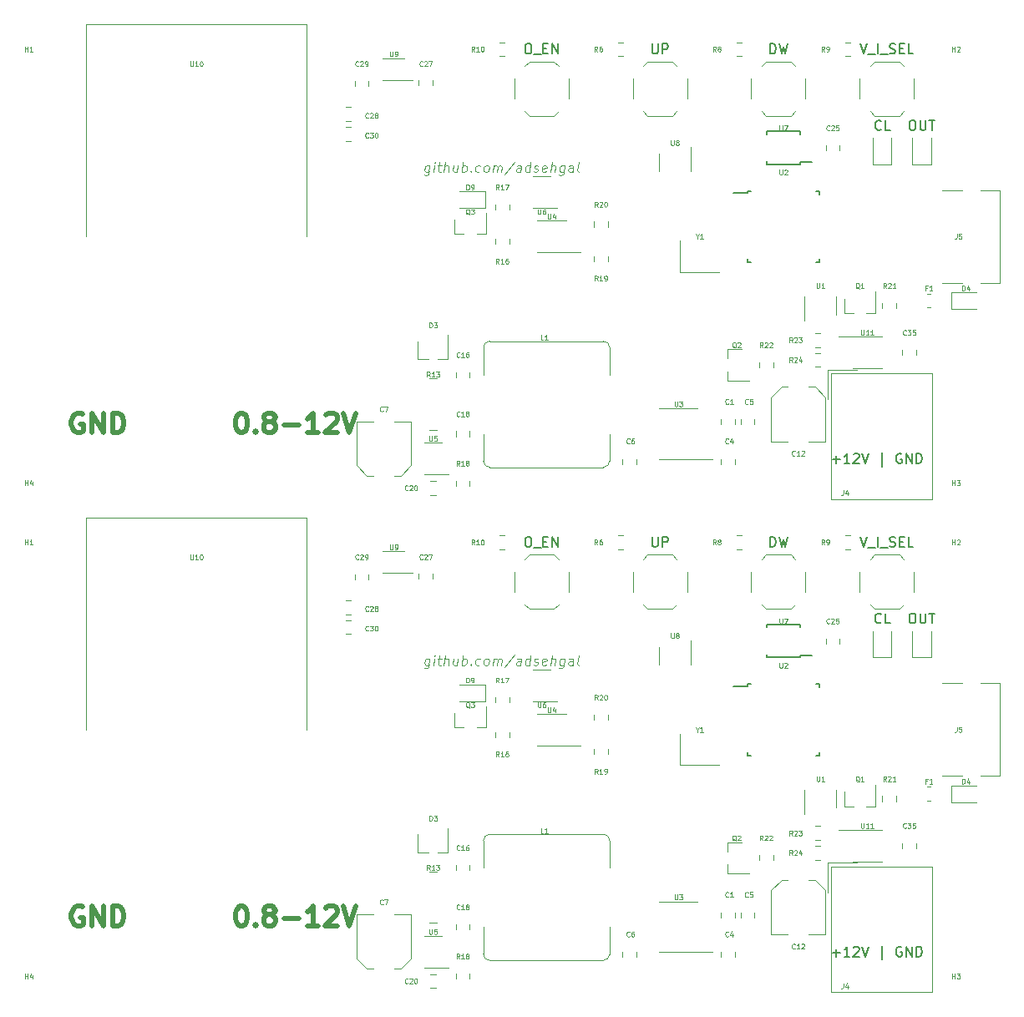
<source format=gbr>
%TF.GenerationSoftware,KiCad,Pcbnew,(5.99.0-3349-gc9824bbd9)*%
%TF.CreationDate,2020-09-17T19:38:13-07:00*%
%TF.ProjectId,Panelized_Power_Supply,50616e65-6c69-47a6-9564-5f506f776572,rev?*%
%TF.SameCoordinates,Original*%
%TF.FileFunction,Legend,Top*%
%TF.FilePolarity,Positive*%
%FSLAX46Y46*%
G04 Gerber Fmt 4.6, Leading zero omitted, Abs format (unit mm)*
G04 Created by KiCad (PCBNEW (5.99.0-3349-gc9824bbd9)) date 2020-09-17 19:38:13*
%MOMM*%
%LPD*%
G01*
G04 APERTURE LIST*
%ADD10C,0.150000*%
%ADD11C,0.500000*%
%ADD12C,0.075000*%
%ADD13C,0.100000*%
%ADD14C,0.120000*%
G04 APERTURE END LIST*
D10*
X96476190Y-106618928D02*
X97238095Y-106618928D01*
X96857142Y-106999880D02*
X96857142Y-106237976D01*
X98238095Y-106999880D02*
X97666666Y-106999880D01*
X97952380Y-106999880D02*
X97952380Y-105999880D01*
X97857142Y-106142738D01*
X97761904Y-106237976D01*
X97666666Y-106285595D01*
X98619047Y-106095119D02*
X98666666Y-106047500D01*
X98761904Y-105999880D01*
X99000000Y-105999880D01*
X99095238Y-106047500D01*
X99142857Y-106095119D01*
X99190476Y-106190357D01*
X99190476Y-106285595D01*
X99142857Y-106428452D01*
X98571428Y-106999880D01*
X99190476Y-106999880D01*
X99476190Y-105999880D02*
X99809523Y-106999880D01*
X100142857Y-105999880D01*
X101476190Y-107333214D02*
X101476190Y-105904642D01*
X103476190Y-106047500D02*
X103380952Y-105999880D01*
X103238095Y-105999880D01*
X103095238Y-106047500D01*
X103000000Y-106142738D01*
X102952380Y-106237976D01*
X102904761Y-106428452D01*
X102904761Y-106571309D01*
X102952380Y-106761785D01*
X103000000Y-106857023D01*
X103095238Y-106952261D01*
X103238095Y-106999880D01*
X103333333Y-106999880D01*
X103476190Y-106952261D01*
X103523809Y-106904642D01*
X103523809Y-106571309D01*
X103333333Y-106571309D01*
X103952380Y-106999880D02*
X103952380Y-105999880D01*
X104523809Y-106999880D01*
X104523809Y-105999880D01*
X105000000Y-106999880D02*
X105000000Y-105999880D01*
X105238095Y-105999880D01*
X105380952Y-106047500D01*
X105476190Y-106142738D01*
X105523809Y-106237976D01*
X105571428Y-106428452D01*
X105571428Y-106571309D01*
X105523809Y-106761785D01*
X105476190Y-106857023D01*
X105380952Y-106952261D01*
X105238095Y-106999880D01*
X105000000Y-106999880D01*
D11*
X20476190Y-102000000D02*
X20285714Y-101904761D01*
X20000000Y-101904761D01*
X19714285Y-102000000D01*
X19523809Y-102190476D01*
X19428571Y-102380952D01*
X19333333Y-102761904D01*
X19333333Y-103047619D01*
X19428571Y-103428571D01*
X19523809Y-103619047D01*
X19714285Y-103809523D01*
X20000000Y-103904761D01*
X20190476Y-103904761D01*
X20476190Y-103809523D01*
X20571428Y-103714285D01*
X20571428Y-103047619D01*
X20190476Y-103047619D01*
X21428571Y-103904761D02*
X21428571Y-101904761D01*
X22571428Y-103904761D01*
X22571428Y-101904761D01*
X23523809Y-103904761D02*
X23523809Y-101904761D01*
X24000000Y-101904761D01*
X24285714Y-102000000D01*
X24476190Y-102190476D01*
X24571428Y-102380952D01*
X24666666Y-102761904D01*
X24666666Y-103047619D01*
X24571428Y-103428571D01*
X24476190Y-103619047D01*
X24285714Y-103809523D01*
X24000000Y-103904761D01*
X23523809Y-103904761D01*
X36476190Y-101904761D02*
X36666666Y-101904761D01*
X36857142Y-102000000D01*
X36952380Y-102095238D01*
X37047619Y-102285714D01*
X37142857Y-102666666D01*
X37142857Y-103142857D01*
X37047619Y-103523809D01*
X36952380Y-103714285D01*
X36857142Y-103809523D01*
X36666666Y-103904761D01*
X36476190Y-103904761D01*
X36285714Y-103809523D01*
X36190476Y-103714285D01*
X36095238Y-103523809D01*
X36000000Y-103142857D01*
X36000000Y-102666666D01*
X36095238Y-102285714D01*
X36190476Y-102095238D01*
X36285714Y-102000000D01*
X36476190Y-101904761D01*
X38000000Y-103714285D02*
X38095238Y-103809523D01*
X38000000Y-103904761D01*
X37904761Y-103809523D01*
X38000000Y-103714285D01*
X38000000Y-103904761D01*
X39238095Y-102761904D02*
X39047619Y-102666666D01*
X38952380Y-102571428D01*
X38857142Y-102380952D01*
X38857142Y-102285714D01*
X38952380Y-102095238D01*
X39047619Y-102000000D01*
X39238095Y-101904761D01*
X39619047Y-101904761D01*
X39809523Y-102000000D01*
X39904761Y-102095238D01*
X40000000Y-102285714D01*
X40000000Y-102380952D01*
X39904761Y-102571428D01*
X39809523Y-102666666D01*
X39619047Y-102761904D01*
X39238095Y-102761904D01*
X39047619Y-102857142D01*
X38952380Y-102952380D01*
X38857142Y-103142857D01*
X38857142Y-103523809D01*
X38952380Y-103714285D01*
X39047619Y-103809523D01*
X39238095Y-103904761D01*
X39619047Y-103904761D01*
X39809523Y-103809523D01*
X39904761Y-103714285D01*
X40000000Y-103523809D01*
X40000000Y-103142857D01*
X39904761Y-102952380D01*
X39809523Y-102857142D01*
X39619047Y-102761904D01*
X40857142Y-103142857D02*
X42380952Y-103142857D01*
X44380952Y-103904761D02*
X43238095Y-103904761D01*
X43809523Y-103904761D02*
X43809523Y-101904761D01*
X43619047Y-102190476D01*
X43428571Y-102380952D01*
X43238095Y-102476190D01*
X45142857Y-102095238D02*
X45238095Y-102000000D01*
X45428571Y-101904761D01*
X45904761Y-101904761D01*
X46095238Y-102000000D01*
X46190476Y-102095238D01*
X46285714Y-102285714D01*
X46285714Y-102476190D01*
X46190476Y-102761904D01*
X45047619Y-103904761D01*
X46285714Y-103904761D01*
X46857142Y-101904761D02*
X47523809Y-103904761D01*
X48190476Y-101904761D01*
D12*
X55655327Y-76785714D02*
X55554136Y-77595238D01*
X55494613Y-77690476D01*
X55441041Y-77738095D01*
X55339851Y-77785714D01*
X55196994Y-77785714D01*
X55107708Y-77738095D01*
X55577946Y-77404761D02*
X55476755Y-77452380D01*
X55286279Y-77452380D01*
X55196994Y-77404761D01*
X55155327Y-77357142D01*
X55119613Y-77261904D01*
X55155327Y-76976190D01*
X55214851Y-76880952D01*
X55268422Y-76833333D01*
X55369613Y-76785714D01*
X55560089Y-76785714D01*
X55649375Y-76833333D01*
X56048184Y-77452380D02*
X56131517Y-76785714D01*
X56173184Y-76452380D02*
X56119613Y-76500000D01*
X56161279Y-76547619D01*
X56214851Y-76500000D01*
X56173184Y-76452380D01*
X56161279Y-76547619D01*
X56464851Y-76785714D02*
X56845803Y-76785714D01*
X56649375Y-76452380D02*
X56542232Y-77309523D01*
X56577946Y-77404761D01*
X56667232Y-77452380D01*
X56762470Y-77452380D01*
X57095803Y-77452380D02*
X57220803Y-76452380D01*
X57524375Y-77452380D02*
X57589851Y-76928571D01*
X57554136Y-76833333D01*
X57464851Y-76785714D01*
X57321994Y-76785714D01*
X57220803Y-76833333D01*
X57167232Y-76880952D01*
X58512470Y-76785714D02*
X58429136Y-77452380D01*
X58083898Y-76785714D02*
X58018422Y-77309523D01*
X58054136Y-77404761D01*
X58143422Y-77452380D01*
X58286279Y-77452380D01*
X58387470Y-77404761D01*
X58441041Y-77357142D01*
X58905327Y-77452380D02*
X59030327Y-76452380D01*
X58982708Y-76833333D02*
X59083898Y-76785714D01*
X59274375Y-76785714D01*
X59363660Y-76833333D01*
X59405327Y-76880952D01*
X59441041Y-76976190D01*
X59405327Y-77261904D01*
X59345803Y-77357142D01*
X59292232Y-77404761D01*
X59191041Y-77452380D01*
X59000565Y-77452380D01*
X58911279Y-77404761D01*
X59821994Y-77357142D02*
X59863660Y-77404761D01*
X59810089Y-77452380D01*
X59768422Y-77404761D01*
X59821994Y-77357142D01*
X59810089Y-77452380D01*
X60720803Y-77404761D02*
X60619613Y-77452380D01*
X60429136Y-77452380D01*
X60339851Y-77404761D01*
X60298184Y-77357142D01*
X60262470Y-77261904D01*
X60298184Y-76976190D01*
X60357708Y-76880952D01*
X60411279Y-76833333D01*
X60512470Y-76785714D01*
X60702946Y-76785714D01*
X60792232Y-76833333D01*
X61286279Y-77452380D02*
X61196994Y-77404761D01*
X61155327Y-77357142D01*
X61119613Y-77261904D01*
X61155327Y-76976190D01*
X61214851Y-76880952D01*
X61268422Y-76833333D01*
X61369613Y-76785714D01*
X61512470Y-76785714D01*
X61601755Y-76833333D01*
X61643422Y-76880952D01*
X61679136Y-76976190D01*
X61643422Y-77261904D01*
X61583898Y-77357142D01*
X61530327Y-77404761D01*
X61429136Y-77452380D01*
X61286279Y-77452380D01*
X62048184Y-77452380D02*
X62131517Y-76785714D01*
X62119613Y-76880952D02*
X62173184Y-76833333D01*
X62274375Y-76785714D01*
X62417232Y-76785714D01*
X62506517Y-76833333D01*
X62542232Y-76928571D01*
X62476755Y-77452380D01*
X62542232Y-76928571D02*
X62601755Y-76833333D01*
X62702946Y-76785714D01*
X62845803Y-76785714D01*
X62935089Y-76833333D01*
X62970803Y-76928571D01*
X62905327Y-77452380D01*
X64226755Y-76404761D02*
X63208898Y-77690476D01*
X64857708Y-77452380D02*
X64923184Y-76928571D01*
X64887470Y-76833333D01*
X64798184Y-76785714D01*
X64607708Y-76785714D01*
X64506517Y-76833333D01*
X64863660Y-77404761D02*
X64762470Y-77452380D01*
X64524375Y-77452380D01*
X64435089Y-77404761D01*
X64399375Y-77309523D01*
X64411279Y-77214285D01*
X64470803Y-77119047D01*
X64571994Y-77071428D01*
X64810089Y-77071428D01*
X64911279Y-77023809D01*
X65762470Y-77452380D02*
X65887470Y-76452380D01*
X65768422Y-77404761D02*
X65667232Y-77452380D01*
X65476755Y-77452380D01*
X65387470Y-77404761D01*
X65345803Y-77357142D01*
X65310089Y-77261904D01*
X65345803Y-76976190D01*
X65405327Y-76880952D01*
X65458898Y-76833333D01*
X65560089Y-76785714D01*
X65750565Y-76785714D01*
X65839851Y-76833333D01*
X66196994Y-77404761D02*
X66286279Y-77452380D01*
X66476755Y-77452380D01*
X66577946Y-77404761D01*
X66637470Y-77309523D01*
X66643422Y-77261904D01*
X66607708Y-77166666D01*
X66518422Y-77119047D01*
X66375565Y-77119047D01*
X66286279Y-77071428D01*
X66250565Y-76976190D01*
X66256517Y-76928571D01*
X66316041Y-76833333D01*
X66417232Y-76785714D01*
X66560089Y-76785714D01*
X66649375Y-76833333D01*
X67435089Y-77404761D02*
X67333898Y-77452380D01*
X67143422Y-77452380D01*
X67054136Y-77404761D01*
X67018422Y-77309523D01*
X67066041Y-76928571D01*
X67125565Y-76833333D01*
X67226755Y-76785714D01*
X67417232Y-76785714D01*
X67506517Y-76833333D01*
X67542232Y-76928571D01*
X67530327Y-77023809D01*
X67042232Y-77119047D01*
X67905327Y-77452380D02*
X68030327Y-76452380D01*
X68333898Y-77452380D02*
X68399375Y-76928571D01*
X68363660Y-76833333D01*
X68274375Y-76785714D01*
X68131517Y-76785714D01*
X68030327Y-76833333D01*
X67976755Y-76880952D01*
X69321994Y-76785714D02*
X69220803Y-77595238D01*
X69161279Y-77690476D01*
X69107708Y-77738095D01*
X69006517Y-77785714D01*
X68863660Y-77785714D01*
X68774375Y-77738095D01*
X69244613Y-77404761D02*
X69143422Y-77452380D01*
X68952946Y-77452380D01*
X68863660Y-77404761D01*
X68821994Y-77357142D01*
X68786279Y-77261904D01*
X68821994Y-76976190D01*
X68881517Y-76880952D01*
X68935089Y-76833333D01*
X69036279Y-76785714D01*
X69226755Y-76785714D01*
X69316041Y-76833333D01*
X70143422Y-77452380D02*
X70208898Y-76928571D01*
X70173184Y-76833333D01*
X70083898Y-76785714D01*
X69893422Y-76785714D01*
X69792232Y-76833333D01*
X70149375Y-77404761D02*
X70048184Y-77452380D01*
X69810089Y-77452380D01*
X69720803Y-77404761D01*
X69685089Y-77309523D01*
X69696994Y-77214285D01*
X69756517Y-77119047D01*
X69857708Y-77071428D01*
X70095803Y-77071428D01*
X70196994Y-77023809D01*
X70762470Y-77452380D02*
X70673184Y-77404761D01*
X70637470Y-77309523D01*
X70744613Y-76452380D01*
X55655327Y-26785714D02*
X55554136Y-27595238D01*
X55494613Y-27690476D01*
X55441041Y-27738095D01*
X55339851Y-27785714D01*
X55196994Y-27785714D01*
X55107708Y-27738095D01*
X55577946Y-27404761D02*
X55476755Y-27452380D01*
X55286279Y-27452380D01*
X55196994Y-27404761D01*
X55155327Y-27357142D01*
X55119613Y-27261904D01*
X55155327Y-26976190D01*
X55214851Y-26880952D01*
X55268422Y-26833333D01*
X55369613Y-26785714D01*
X55560089Y-26785714D01*
X55649375Y-26833333D01*
X56048184Y-27452380D02*
X56131517Y-26785714D01*
X56173184Y-26452380D02*
X56119613Y-26500000D01*
X56161279Y-26547619D01*
X56214851Y-26500000D01*
X56173184Y-26452380D01*
X56161279Y-26547619D01*
X56464851Y-26785714D02*
X56845803Y-26785714D01*
X56649375Y-26452380D02*
X56542232Y-27309523D01*
X56577946Y-27404761D01*
X56667232Y-27452380D01*
X56762470Y-27452380D01*
X57095803Y-27452380D02*
X57220803Y-26452380D01*
X57524375Y-27452380D02*
X57589851Y-26928571D01*
X57554136Y-26833333D01*
X57464851Y-26785714D01*
X57321994Y-26785714D01*
X57220803Y-26833333D01*
X57167232Y-26880952D01*
X58512470Y-26785714D02*
X58429136Y-27452380D01*
X58083898Y-26785714D02*
X58018422Y-27309523D01*
X58054136Y-27404761D01*
X58143422Y-27452380D01*
X58286279Y-27452380D01*
X58387470Y-27404761D01*
X58441041Y-27357142D01*
X58905327Y-27452380D02*
X59030327Y-26452380D01*
X58982708Y-26833333D02*
X59083898Y-26785714D01*
X59274375Y-26785714D01*
X59363660Y-26833333D01*
X59405327Y-26880952D01*
X59441041Y-26976190D01*
X59405327Y-27261904D01*
X59345803Y-27357142D01*
X59292232Y-27404761D01*
X59191041Y-27452380D01*
X59000565Y-27452380D01*
X58911279Y-27404761D01*
X59821994Y-27357142D02*
X59863660Y-27404761D01*
X59810089Y-27452380D01*
X59768422Y-27404761D01*
X59821994Y-27357142D01*
X59810089Y-27452380D01*
X60720803Y-27404761D02*
X60619613Y-27452380D01*
X60429136Y-27452380D01*
X60339851Y-27404761D01*
X60298184Y-27357142D01*
X60262470Y-27261904D01*
X60298184Y-26976190D01*
X60357708Y-26880952D01*
X60411279Y-26833333D01*
X60512470Y-26785714D01*
X60702946Y-26785714D01*
X60792232Y-26833333D01*
X61286279Y-27452380D02*
X61196994Y-27404761D01*
X61155327Y-27357142D01*
X61119613Y-27261904D01*
X61155327Y-26976190D01*
X61214851Y-26880952D01*
X61268422Y-26833333D01*
X61369613Y-26785714D01*
X61512470Y-26785714D01*
X61601755Y-26833333D01*
X61643422Y-26880952D01*
X61679136Y-26976190D01*
X61643422Y-27261904D01*
X61583898Y-27357142D01*
X61530327Y-27404761D01*
X61429136Y-27452380D01*
X61286279Y-27452380D01*
X62048184Y-27452380D02*
X62131517Y-26785714D01*
X62119613Y-26880952D02*
X62173184Y-26833333D01*
X62274375Y-26785714D01*
X62417232Y-26785714D01*
X62506517Y-26833333D01*
X62542232Y-26928571D01*
X62476755Y-27452380D01*
X62542232Y-26928571D02*
X62601755Y-26833333D01*
X62702946Y-26785714D01*
X62845803Y-26785714D01*
X62935089Y-26833333D01*
X62970803Y-26928571D01*
X62905327Y-27452380D01*
X64226755Y-26404761D02*
X63208898Y-27690476D01*
X64857708Y-27452380D02*
X64923184Y-26928571D01*
X64887470Y-26833333D01*
X64798184Y-26785714D01*
X64607708Y-26785714D01*
X64506517Y-26833333D01*
X64863660Y-27404761D02*
X64762470Y-27452380D01*
X64524375Y-27452380D01*
X64435089Y-27404761D01*
X64399375Y-27309523D01*
X64411279Y-27214285D01*
X64470803Y-27119047D01*
X64571994Y-27071428D01*
X64810089Y-27071428D01*
X64911279Y-27023809D01*
X65762470Y-27452380D02*
X65887470Y-26452380D01*
X65768422Y-27404761D02*
X65667232Y-27452380D01*
X65476755Y-27452380D01*
X65387470Y-27404761D01*
X65345803Y-27357142D01*
X65310089Y-27261904D01*
X65345803Y-26976190D01*
X65405327Y-26880952D01*
X65458898Y-26833333D01*
X65560089Y-26785714D01*
X65750565Y-26785714D01*
X65839851Y-26833333D01*
X66196994Y-27404761D02*
X66286279Y-27452380D01*
X66476755Y-27452380D01*
X66577946Y-27404761D01*
X66637470Y-27309523D01*
X66643422Y-27261904D01*
X66607708Y-27166666D01*
X66518422Y-27119047D01*
X66375565Y-27119047D01*
X66286279Y-27071428D01*
X66250565Y-26976190D01*
X66256517Y-26928571D01*
X66316041Y-26833333D01*
X66417232Y-26785714D01*
X66560089Y-26785714D01*
X66649375Y-26833333D01*
X67435089Y-27404761D02*
X67333898Y-27452380D01*
X67143422Y-27452380D01*
X67054136Y-27404761D01*
X67018422Y-27309523D01*
X67066041Y-26928571D01*
X67125565Y-26833333D01*
X67226755Y-26785714D01*
X67417232Y-26785714D01*
X67506517Y-26833333D01*
X67542232Y-26928571D01*
X67530327Y-27023809D01*
X67042232Y-27119047D01*
X67905327Y-27452380D02*
X68030327Y-26452380D01*
X68333898Y-27452380D02*
X68399375Y-26928571D01*
X68363660Y-26833333D01*
X68274375Y-26785714D01*
X68131517Y-26785714D01*
X68030327Y-26833333D01*
X67976755Y-26880952D01*
X69321994Y-26785714D02*
X69220803Y-27595238D01*
X69161279Y-27690476D01*
X69107708Y-27738095D01*
X69006517Y-27785714D01*
X68863660Y-27785714D01*
X68774375Y-27738095D01*
X69244613Y-27404761D02*
X69143422Y-27452380D01*
X68952946Y-27452380D01*
X68863660Y-27404761D01*
X68821994Y-27357142D01*
X68786279Y-27261904D01*
X68821994Y-26976190D01*
X68881517Y-26880952D01*
X68935089Y-26833333D01*
X69036279Y-26785714D01*
X69226755Y-26785714D01*
X69316041Y-26833333D01*
X70143422Y-27452380D02*
X70208898Y-26928571D01*
X70173184Y-26833333D01*
X70083898Y-26785714D01*
X69893422Y-26785714D01*
X69792232Y-26833333D01*
X70149375Y-27404761D02*
X70048184Y-27452380D01*
X69810089Y-27452380D01*
X69720803Y-27404761D01*
X69685089Y-27309523D01*
X69696994Y-27214285D01*
X69756517Y-27119047D01*
X69857708Y-27071428D01*
X70095803Y-27071428D01*
X70196994Y-27023809D01*
X70762470Y-27452380D02*
X70673184Y-27404761D01*
X70637470Y-27309523D01*
X70744613Y-26452380D01*
D11*
X36476190Y-51904761D02*
X36666666Y-51904761D01*
X36857142Y-52000000D01*
X36952380Y-52095238D01*
X37047619Y-52285714D01*
X37142857Y-52666666D01*
X37142857Y-53142857D01*
X37047619Y-53523809D01*
X36952380Y-53714285D01*
X36857142Y-53809523D01*
X36666666Y-53904761D01*
X36476190Y-53904761D01*
X36285714Y-53809523D01*
X36190476Y-53714285D01*
X36095238Y-53523809D01*
X36000000Y-53142857D01*
X36000000Y-52666666D01*
X36095238Y-52285714D01*
X36190476Y-52095238D01*
X36285714Y-52000000D01*
X36476190Y-51904761D01*
X38000000Y-53714285D02*
X38095238Y-53809523D01*
X38000000Y-53904761D01*
X37904761Y-53809523D01*
X38000000Y-53714285D01*
X38000000Y-53904761D01*
X39238095Y-52761904D02*
X39047619Y-52666666D01*
X38952380Y-52571428D01*
X38857142Y-52380952D01*
X38857142Y-52285714D01*
X38952380Y-52095238D01*
X39047619Y-52000000D01*
X39238095Y-51904761D01*
X39619047Y-51904761D01*
X39809523Y-52000000D01*
X39904761Y-52095238D01*
X40000000Y-52285714D01*
X40000000Y-52380952D01*
X39904761Y-52571428D01*
X39809523Y-52666666D01*
X39619047Y-52761904D01*
X39238095Y-52761904D01*
X39047619Y-52857142D01*
X38952380Y-52952380D01*
X38857142Y-53142857D01*
X38857142Y-53523809D01*
X38952380Y-53714285D01*
X39047619Y-53809523D01*
X39238095Y-53904761D01*
X39619047Y-53904761D01*
X39809523Y-53809523D01*
X39904761Y-53714285D01*
X40000000Y-53523809D01*
X40000000Y-53142857D01*
X39904761Y-52952380D01*
X39809523Y-52857142D01*
X39619047Y-52761904D01*
X40857142Y-53142857D02*
X42380952Y-53142857D01*
X44380952Y-53904761D02*
X43238095Y-53904761D01*
X43809523Y-53904761D02*
X43809523Y-51904761D01*
X43619047Y-52190476D01*
X43428571Y-52380952D01*
X43238095Y-52476190D01*
X45142857Y-52095238D02*
X45238095Y-52000000D01*
X45428571Y-51904761D01*
X45904761Y-51904761D01*
X46095238Y-52000000D01*
X46190476Y-52095238D01*
X46285714Y-52285714D01*
X46285714Y-52476190D01*
X46190476Y-52761904D01*
X45047619Y-53904761D01*
X46285714Y-53904761D01*
X46857142Y-51904761D02*
X47523809Y-53904761D01*
X48190476Y-51904761D01*
X20476190Y-52000000D02*
X20285714Y-51904761D01*
X20000000Y-51904761D01*
X19714285Y-52000000D01*
X19523809Y-52190476D01*
X19428571Y-52380952D01*
X19333333Y-52761904D01*
X19333333Y-53047619D01*
X19428571Y-53428571D01*
X19523809Y-53619047D01*
X19714285Y-53809523D01*
X20000000Y-53904761D01*
X20190476Y-53904761D01*
X20476190Y-53809523D01*
X20571428Y-53714285D01*
X20571428Y-53047619D01*
X20190476Y-53047619D01*
X21428571Y-53904761D02*
X21428571Y-51904761D01*
X22571428Y-53904761D01*
X22571428Y-51904761D01*
X23523809Y-53904761D02*
X23523809Y-51904761D01*
X24000000Y-51904761D01*
X24285714Y-52000000D01*
X24476190Y-52190476D01*
X24571428Y-52380952D01*
X24666666Y-52761904D01*
X24666666Y-53047619D01*
X24571428Y-53428571D01*
X24476190Y-53619047D01*
X24285714Y-53809523D01*
X24000000Y-53904761D01*
X23523809Y-53904761D01*
D10*
X96476190Y-56618928D02*
X97238095Y-56618928D01*
X96857142Y-56999880D02*
X96857142Y-56237976D01*
X98238095Y-56999880D02*
X97666666Y-56999880D01*
X97952380Y-56999880D02*
X97952380Y-55999880D01*
X97857142Y-56142738D01*
X97761904Y-56237976D01*
X97666666Y-56285595D01*
X98619047Y-56095119D02*
X98666666Y-56047500D01*
X98761904Y-55999880D01*
X99000000Y-55999880D01*
X99095238Y-56047500D01*
X99142857Y-56095119D01*
X99190476Y-56190357D01*
X99190476Y-56285595D01*
X99142857Y-56428452D01*
X98571428Y-56999880D01*
X99190476Y-56999880D01*
X99476190Y-55999880D02*
X99809523Y-56999880D01*
X100142857Y-55999880D01*
X101476190Y-57333214D02*
X101476190Y-55904642D01*
X103476190Y-56047500D02*
X103380952Y-55999880D01*
X103238095Y-55999880D01*
X103095238Y-56047500D01*
X103000000Y-56142738D01*
X102952380Y-56237976D01*
X102904761Y-56428452D01*
X102904761Y-56571309D01*
X102952380Y-56761785D01*
X103000000Y-56857023D01*
X103095238Y-56952261D01*
X103238095Y-56999880D01*
X103333333Y-56999880D01*
X103476190Y-56952261D01*
X103523809Y-56904642D01*
X103523809Y-56571309D01*
X103333333Y-56571309D01*
X103952380Y-56999880D02*
X103952380Y-55999880D01*
X104523809Y-56999880D01*
X104523809Y-55999880D01*
X105000000Y-56999880D02*
X105000000Y-55999880D01*
X105238095Y-55999880D01*
X105380952Y-56047500D01*
X105476190Y-56142738D01*
X105523809Y-56237976D01*
X105571428Y-56428452D01*
X105571428Y-56571309D01*
X105523809Y-56761785D01*
X105476190Y-56857023D01*
X105380952Y-56952261D01*
X105238095Y-56999880D01*
X105000000Y-56999880D01*
D13*
%TO.C,R23*%
X92428571Y-94726190D02*
X92261904Y-94488095D01*
X92142857Y-94726190D02*
X92142857Y-94226190D01*
X92333333Y-94226190D01*
X92380952Y-94250000D01*
X92404761Y-94273809D01*
X92428571Y-94321428D01*
X92428571Y-94392857D01*
X92404761Y-94440476D01*
X92380952Y-94464285D01*
X92333333Y-94488095D01*
X92142857Y-94488095D01*
X92619047Y-94273809D02*
X92642857Y-94250000D01*
X92690476Y-94226190D01*
X92809523Y-94226190D01*
X92857142Y-94250000D01*
X92880952Y-94273809D01*
X92904761Y-94321428D01*
X92904761Y-94369047D01*
X92880952Y-94440476D01*
X92595238Y-94726190D01*
X92904761Y-94726190D01*
X93071428Y-94226190D02*
X93380952Y-94226190D01*
X93214285Y-94416666D01*
X93285714Y-94416666D01*
X93333333Y-94440476D01*
X93357142Y-94464285D01*
X93380952Y-94511904D01*
X93380952Y-94630952D01*
X93357142Y-94678571D01*
X93333333Y-94702380D01*
X93285714Y-94726190D01*
X93142857Y-94726190D01*
X93095238Y-94702380D01*
X93071428Y-94678571D01*
%TO.C,R16*%
X62678571Y-86726190D02*
X62511904Y-86488095D01*
X62392857Y-86726190D02*
X62392857Y-86226190D01*
X62583333Y-86226190D01*
X62630952Y-86250000D01*
X62654761Y-86273809D01*
X62678571Y-86321428D01*
X62678571Y-86392857D01*
X62654761Y-86440476D01*
X62630952Y-86464285D01*
X62583333Y-86488095D01*
X62392857Y-86488095D01*
X63154761Y-86726190D02*
X62869047Y-86726190D01*
X63011904Y-86726190D02*
X63011904Y-86226190D01*
X62964285Y-86297619D01*
X62916666Y-86345238D01*
X62869047Y-86369047D01*
X63583333Y-86226190D02*
X63488095Y-86226190D01*
X63440476Y-86250000D01*
X63416666Y-86273809D01*
X63369047Y-86345238D01*
X63345238Y-86440476D01*
X63345238Y-86630952D01*
X63369047Y-86678571D01*
X63392857Y-86702380D01*
X63440476Y-86726190D01*
X63535714Y-86726190D01*
X63583333Y-86702380D01*
X63607142Y-86678571D01*
X63630952Y-86630952D01*
X63630952Y-86511904D01*
X63607142Y-86464285D01*
X63583333Y-86440476D01*
X63535714Y-86416666D01*
X63440476Y-86416666D01*
X63392857Y-86440476D01*
X63369047Y-86464285D01*
X63345238Y-86511904D01*
%TO.C,D4*%
X109630952Y-89476190D02*
X109630952Y-88976190D01*
X109750000Y-88976190D01*
X109821428Y-89000000D01*
X109869047Y-89047619D01*
X109892857Y-89095238D01*
X109916666Y-89190476D01*
X109916666Y-89261904D01*
X109892857Y-89357142D01*
X109869047Y-89404761D01*
X109821428Y-89452380D01*
X109750000Y-89476190D01*
X109630952Y-89476190D01*
X110345238Y-89142857D02*
X110345238Y-89476190D01*
X110226190Y-88952380D02*
X110107142Y-89309523D01*
X110416666Y-89309523D01*
D10*
%TO.C,SW2*%
X90166666Y-65452380D02*
X90166666Y-64452380D01*
X90404761Y-64452380D01*
X90547619Y-64500000D01*
X90642857Y-64595238D01*
X90690476Y-64690476D01*
X90738095Y-64880952D01*
X90738095Y-65023809D01*
X90690476Y-65214285D01*
X90642857Y-65309523D01*
X90547619Y-65404761D01*
X90404761Y-65452380D01*
X90166666Y-65452380D01*
X91071428Y-64452380D02*
X91309523Y-65452380D01*
X91500000Y-64738095D01*
X91690476Y-65452380D01*
X91928571Y-64452380D01*
D13*
%TO.C,C4*%
X85916666Y-104928571D02*
X85892857Y-104952380D01*
X85821428Y-104976190D01*
X85773809Y-104976190D01*
X85702380Y-104952380D01*
X85654761Y-104904761D01*
X85630952Y-104857142D01*
X85607142Y-104761904D01*
X85607142Y-104690476D01*
X85630952Y-104595238D01*
X85654761Y-104547619D01*
X85702380Y-104500000D01*
X85773809Y-104476190D01*
X85821428Y-104476190D01*
X85892857Y-104500000D01*
X85916666Y-104523809D01*
X86345238Y-104642857D02*
X86345238Y-104976190D01*
X86226190Y-104452380D02*
X86107142Y-104809523D01*
X86416666Y-104809523D01*
%TO.C,C18*%
X58678571Y-102178571D02*
X58654761Y-102202380D01*
X58583333Y-102226190D01*
X58535714Y-102226190D01*
X58464285Y-102202380D01*
X58416666Y-102154761D01*
X58392857Y-102107142D01*
X58369047Y-102011904D01*
X58369047Y-101940476D01*
X58392857Y-101845238D01*
X58416666Y-101797619D01*
X58464285Y-101750000D01*
X58535714Y-101726190D01*
X58583333Y-101726190D01*
X58654761Y-101750000D01*
X58678571Y-101773809D01*
X59154761Y-102226190D02*
X58869047Y-102226190D01*
X59011904Y-102226190D02*
X59011904Y-101726190D01*
X58964285Y-101797619D01*
X58916666Y-101845238D01*
X58869047Y-101869047D01*
X59440476Y-101940476D02*
X59392857Y-101916666D01*
X59369047Y-101892857D01*
X59345238Y-101845238D01*
X59345238Y-101821428D01*
X59369047Y-101773809D01*
X59392857Y-101750000D01*
X59440476Y-101726190D01*
X59535714Y-101726190D01*
X59583333Y-101750000D01*
X59607142Y-101773809D01*
X59630952Y-101821428D01*
X59630952Y-101845238D01*
X59607142Y-101892857D01*
X59583333Y-101916666D01*
X59535714Y-101940476D01*
X59440476Y-101940476D01*
X59392857Y-101964285D01*
X59369047Y-101988095D01*
X59345238Y-102035714D01*
X59345238Y-102130952D01*
X59369047Y-102178571D01*
X59392857Y-102202380D01*
X59440476Y-102226190D01*
X59535714Y-102226190D01*
X59583333Y-102202380D01*
X59607142Y-102178571D01*
X59630952Y-102130952D01*
X59630952Y-102035714D01*
X59607142Y-101988095D01*
X59583333Y-101964285D01*
X59535714Y-101940476D01*
%TO.C,H3*%
X108619047Y-109226190D02*
X108619047Y-108726190D01*
X108619047Y-108964285D02*
X108904761Y-108964285D01*
X108904761Y-109226190D02*
X108904761Y-108726190D01*
X109095238Y-108726190D02*
X109404761Y-108726190D01*
X109238095Y-108916666D01*
X109309523Y-108916666D01*
X109357142Y-108940476D01*
X109380952Y-108964285D01*
X109404761Y-109011904D01*
X109404761Y-109130952D01*
X109380952Y-109178571D01*
X109357142Y-109202380D01*
X109309523Y-109226190D01*
X109166666Y-109226190D01*
X109119047Y-109202380D01*
X109095238Y-109178571D01*
%TO.C,C27*%
X54928571Y-66678571D02*
X54904761Y-66702380D01*
X54833333Y-66726190D01*
X54785714Y-66726190D01*
X54714285Y-66702380D01*
X54666666Y-66654761D01*
X54642857Y-66607142D01*
X54619047Y-66511904D01*
X54619047Y-66440476D01*
X54642857Y-66345238D01*
X54666666Y-66297619D01*
X54714285Y-66250000D01*
X54785714Y-66226190D01*
X54833333Y-66226190D01*
X54904761Y-66250000D01*
X54928571Y-66273809D01*
X55119047Y-66273809D02*
X55142857Y-66250000D01*
X55190476Y-66226190D01*
X55309523Y-66226190D01*
X55357142Y-66250000D01*
X55380952Y-66273809D01*
X55404761Y-66321428D01*
X55404761Y-66369047D01*
X55380952Y-66440476D01*
X55095238Y-66726190D01*
X55404761Y-66726190D01*
X55571428Y-66226190D02*
X55904761Y-66226190D01*
X55690476Y-66726190D01*
%TO.C,H2*%
X108619047Y-65226190D02*
X108619047Y-64726190D01*
X108619047Y-64964285D02*
X108904761Y-64964285D01*
X108904761Y-65226190D02*
X108904761Y-64726190D01*
X109119047Y-64773809D02*
X109142857Y-64750000D01*
X109190476Y-64726190D01*
X109309523Y-64726190D01*
X109357142Y-64750000D01*
X109380952Y-64773809D01*
X109404761Y-64821428D01*
X109404761Y-64869047D01*
X109380952Y-64940476D01*
X109095238Y-65226190D01*
X109404761Y-65226190D01*
%TO.C,R20*%
X72678571Y-80976190D02*
X72511904Y-80738095D01*
X72392857Y-80976190D02*
X72392857Y-80476190D01*
X72583333Y-80476190D01*
X72630952Y-80500000D01*
X72654761Y-80523809D01*
X72678571Y-80571428D01*
X72678571Y-80642857D01*
X72654761Y-80690476D01*
X72630952Y-80714285D01*
X72583333Y-80738095D01*
X72392857Y-80738095D01*
X72869047Y-80523809D02*
X72892857Y-80500000D01*
X72940476Y-80476190D01*
X73059523Y-80476190D01*
X73107142Y-80500000D01*
X73130952Y-80523809D01*
X73154761Y-80571428D01*
X73154761Y-80619047D01*
X73130952Y-80690476D01*
X72845238Y-80976190D01*
X73154761Y-80976190D01*
X73464285Y-80476190D02*
X73511904Y-80476190D01*
X73559523Y-80500000D01*
X73583333Y-80523809D01*
X73607142Y-80571428D01*
X73630952Y-80666666D01*
X73630952Y-80785714D01*
X73607142Y-80880952D01*
X73583333Y-80928571D01*
X73559523Y-80952380D01*
X73511904Y-80976190D01*
X73464285Y-80976190D01*
X73416666Y-80952380D01*
X73392857Y-80928571D01*
X73369047Y-80880952D01*
X73345238Y-80785714D01*
X73345238Y-80666666D01*
X73369047Y-80571428D01*
X73392857Y-80523809D01*
X73416666Y-80500000D01*
X73464285Y-80476190D01*
%TO.C,Y1*%
X82761904Y-83988095D02*
X82761904Y-84226190D01*
X82595238Y-83726190D02*
X82761904Y-83988095D01*
X82928571Y-83726190D01*
X83357142Y-84226190D02*
X83071428Y-84226190D01*
X83214285Y-84226190D02*
X83214285Y-83726190D01*
X83166666Y-83797619D01*
X83119047Y-83845238D01*
X83071428Y-83869047D01*
%TO.C,U2*%
X91119047Y-77226190D02*
X91119047Y-77630952D01*
X91142857Y-77678571D01*
X91166666Y-77702380D01*
X91214285Y-77726190D01*
X91309523Y-77726190D01*
X91357142Y-77702380D01*
X91380952Y-77678571D01*
X91404761Y-77630952D01*
X91404761Y-77226190D01*
X91619047Y-77273809D02*
X91642857Y-77250000D01*
X91690476Y-77226190D01*
X91809523Y-77226190D01*
X91857142Y-77250000D01*
X91880952Y-77273809D01*
X91904761Y-77321428D01*
X91904761Y-77369047D01*
X91880952Y-77440476D01*
X91595238Y-77726190D01*
X91904761Y-77726190D01*
%TO.C,U4*%
X67619047Y-81726190D02*
X67619047Y-82130952D01*
X67642857Y-82178571D01*
X67666666Y-82202380D01*
X67714285Y-82226190D01*
X67809523Y-82226190D01*
X67857142Y-82202380D01*
X67880952Y-82178571D01*
X67904761Y-82130952D01*
X67904761Y-81726190D01*
X68357142Y-81892857D02*
X68357142Y-82226190D01*
X68238095Y-81702380D02*
X68119047Y-82059523D01*
X68428571Y-82059523D01*
%TO.C,C29*%
X48428571Y-66678571D02*
X48404761Y-66702380D01*
X48333333Y-66726190D01*
X48285714Y-66726190D01*
X48214285Y-66702380D01*
X48166666Y-66654761D01*
X48142857Y-66607142D01*
X48119047Y-66511904D01*
X48119047Y-66440476D01*
X48142857Y-66345238D01*
X48166666Y-66297619D01*
X48214285Y-66250000D01*
X48285714Y-66226190D01*
X48333333Y-66226190D01*
X48404761Y-66250000D01*
X48428571Y-66273809D01*
X48619047Y-66273809D02*
X48642857Y-66250000D01*
X48690476Y-66226190D01*
X48809523Y-66226190D01*
X48857142Y-66250000D01*
X48880952Y-66273809D01*
X48904761Y-66321428D01*
X48904761Y-66369047D01*
X48880952Y-66440476D01*
X48595238Y-66726190D01*
X48904761Y-66726190D01*
X49142857Y-66726190D02*
X49238095Y-66726190D01*
X49285714Y-66702380D01*
X49309523Y-66678571D01*
X49357142Y-66607142D01*
X49380952Y-66511904D01*
X49380952Y-66321428D01*
X49357142Y-66273809D01*
X49333333Y-66250000D01*
X49285714Y-66226190D01*
X49190476Y-66226190D01*
X49142857Y-66250000D01*
X49119047Y-66273809D01*
X49095238Y-66321428D01*
X49095238Y-66440476D01*
X49119047Y-66488095D01*
X49142857Y-66511904D01*
X49190476Y-66535714D01*
X49285714Y-66535714D01*
X49333333Y-66511904D01*
X49357142Y-66488095D01*
X49380952Y-66440476D01*
%TO.C,C6*%
X75916666Y-104928571D02*
X75892857Y-104952380D01*
X75821428Y-104976190D01*
X75773809Y-104976190D01*
X75702380Y-104952380D01*
X75654761Y-104904761D01*
X75630952Y-104857142D01*
X75607142Y-104761904D01*
X75607142Y-104690476D01*
X75630952Y-104595238D01*
X75654761Y-104547619D01*
X75702380Y-104500000D01*
X75773809Y-104476190D01*
X75821428Y-104476190D01*
X75892857Y-104500000D01*
X75916666Y-104523809D01*
X76345238Y-104476190D02*
X76250000Y-104476190D01*
X76202380Y-104500000D01*
X76178571Y-104523809D01*
X76130952Y-104595238D01*
X76107142Y-104690476D01*
X76107142Y-104880952D01*
X76130952Y-104928571D01*
X76154761Y-104952380D01*
X76202380Y-104976190D01*
X76297619Y-104976190D01*
X76345238Y-104952380D01*
X76369047Y-104928571D01*
X76392857Y-104880952D01*
X76392857Y-104761904D01*
X76369047Y-104714285D01*
X76345238Y-104690476D01*
X76297619Y-104666666D01*
X76202380Y-104666666D01*
X76154761Y-104690476D01*
X76130952Y-104714285D01*
X76107142Y-104761904D01*
%TO.C,Q2*%
X86702380Y-95273809D02*
X86654761Y-95250000D01*
X86607142Y-95202380D01*
X86535714Y-95130952D01*
X86488095Y-95107142D01*
X86440476Y-95107142D01*
X86464285Y-95226190D02*
X86416666Y-95202380D01*
X86369047Y-95154761D01*
X86345238Y-95059523D01*
X86345238Y-94892857D01*
X86369047Y-94797619D01*
X86416666Y-94750000D01*
X86464285Y-94726190D01*
X86559523Y-94726190D01*
X86607142Y-94750000D01*
X86654761Y-94797619D01*
X86678571Y-94892857D01*
X86678571Y-95059523D01*
X86654761Y-95154761D01*
X86607142Y-95202380D01*
X86559523Y-95226190D01*
X86464285Y-95226190D01*
X86869047Y-94773809D02*
X86892857Y-94750000D01*
X86940476Y-94726190D01*
X87059523Y-94726190D01*
X87107142Y-94750000D01*
X87130952Y-94773809D01*
X87154761Y-94821428D01*
X87154761Y-94869047D01*
X87130952Y-94940476D01*
X86845238Y-95226190D01*
X87154761Y-95226190D01*
%TO.C,C28*%
X49428571Y-71928571D02*
X49404761Y-71952380D01*
X49333333Y-71976190D01*
X49285714Y-71976190D01*
X49214285Y-71952380D01*
X49166666Y-71904761D01*
X49142857Y-71857142D01*
X49119047Y-71761904D01*
X49119047Y-71690476D01*
X49142857Y-71595238D01*
X49166666Y-71547619D01*
X49214285Y-71500000D01*
X49285714Y-71476190D01*
X49333333Y-71476190D01*
X49404761Y-71500000D01*
X49428571Y-71523809D01*
X49619047Y-71523809D02*
X49642857Y-71500000D01*
X49690476Y-71476190D01*
X49809523Y-71476190D01*
X49857142Y-71500000D01*
X49880952Y-71523809D01*
X49904761Y-71571428D01*
X49904761Y-71619047D01*
X49880952Y-71690476D01*
X49595238Y-71976190D01*
X49904761Y-71976190D01*
X50190476Y-71690476D02*
X50142857Y-71666666D01*
X50119047Y-71642857D01*
X50095238Y-71595238D01*
X50095238Y-71571428D01*
X50119047Y-71523809D01*
X50142857Y-71500000D01*
X50190476Y-71476190D01*
X50285714Y-71476190D01*
X50333333Y-71500000D01*
X50357142Y-71523809D01*
X50380952Y-71571428D01*
X50380952Y-71595238D01*
X50357142Y-71642857D01*
X50333333Y-71666666D01*
X50285714Y-71690476D01*
X50190476Y-71690476D01*
X50142857Y-71714285D01*
X50119047Y-71738095D01*
X50095238Y-71785714D01*
X50095238Y-71880952D01*
X50119047Y-71928571D01*
X50142857Y-71952380D01*
X50190476Y-71976190D01*
X50285714Y-71976190D01*
X50333333Y-71952380D01*
X50357142Y-71928571D01*
X50380952Y-71880952D01*
X50380952Y-71785714D01*
X50357142Y-71738095D01*
X50333333Y-71714285D01*
X50285714Y-71690476D01*
%TO.C,C20*%
X53428571Y-109678571D02*
X53404761Y-109702380D01*
X53333333Y-109726190D01*
X53285714Y-109726190D01*
X53214285Y-109702380D01*
X53166666Y-109654761D01*
X53142857Y-109607142D01*
X53119047Y-109511904D01*
X53119047Y-109440476D01*
X53142857Y-109345238D01*
X53166666Y-109297619D01*
X53214285Y-109250000D01*
X53285714Y-109226190D01*
X53333333Y-109226190D01*
X53404761Y-109250000D01*
X53428571Y-109273809D01*
X53619047Y-109273809D02*
X53642857Y-109250000D01*
X53690476Y-109226190D01*
X53809523Y-109226190D01*
X53857142Y-109250000D01*
X53880952Y-109273809D01*
X53904761Y-109321428D01*
X53904761Y-109369047D01*
X53880952Y-109440476D01*
X53595238Y-109726190D01*
X53904761Y-109726190D01*
X54214285Y-109226190D02*
X54261904Y-109226190D01*
X54309523Y-109250000D01*
X54333333Y-109273809D01*
X54357142Y-109321428D01*
X54380952Y-109416666D01*
X54380952Y-109535714D01*
X54357142Y-109630952D01*
X54333333Y-109678571D01*
X54309523Y-109702380D01*
X54261904Y-109726190D01*
X54214285Y-109726190D01*
X54166666Y-109702380D01*
X54142857Y-109678571D01*
X54119047Y-109630952D01*
X54095238Y-109535714D01*
X54095238Y-109416666D01*
X54119047Y-109321428D01*
X54142857Y-109273809D01*
X54166666Y-109250000D01*
X54214285Y-109226190D01*
%TO.C,C1*%
X85916666Y-100928571D02*
X85892857Y-100952380D01*
X85821428Y-100976190D01*
X85773809Y-100976190D01*
X85702380Y-100952380D01*
X85654761Y-100904761D01*
X85630952Y-100857142D01*
X85607142Y-100761904D01*
X85607142Y-100690476D01*
X85630952Y-100595238D01*
X85654761Y-100547619D01*
X85702380Y-100500000D01*
X85773809Y-100476190D01*
X85821428Y-100476190D01*
X85892857Y-100500000D01*
X85916666Y-100523809D01*
X86392857Y-100976190D02*
X86107142Y-100976190D01*
X86250000Y-100976190D02*
X86250000Y-100476190D01*
X86202380Y-100547619D01*
X86154761Y-100595238D01*
X86107142Y-100619047D01*
%TO.C,R10*%
X60178571Y-65226190D02*
X60011904Y-64988095D01*
X59892857Y-65226190D02*
X59892857Y-64726190D01*
X60083333Y-64726190D01*
X60130952Y-64750000D01*
X60154761Y-64773809D01*
X60178571Y-64821428D01*
X60178571Y-64892857D01*
X60154761Y-64940476D01*
X60130952Y-64964285D01*
X60083333Y-64988095D01*
X59892857Y-64988095D01*
X60654761Y-65226190D02*
X60369047Y-65226190D01*
X60511904Y-65226190D02*
X60511904Y-64726190D01*
X60464285Y-64797619D01*
X60416666Y-64845238D01*
X60369047Y-64869047D01*
X60964285Y-64726190D02*
X61011904Y-64726190D01*
X61059523Y-64750000D01*
X61083333Y-64773809D01*
X61107142Y-64821428D01*
X61130952Y-64916666D01*
X61130952Y-65035714D01*
X61107142Y-65130952D01*
X61083333Y-65178571D01*
X61059523Y-65202380D01*
X61011904Y-65226190D01*
X60964285Y-65226190D01*
X60916666Y-65202380D01*
X60892857Y-65178571D01*
X60869047Y-65130952D01*
X60845238Y-65035714D01*
X60845238Y-64916666D01*
X60869047Y-64821428D01*
X60892857Y-64773809D01*
X60916666Y-64750000D01*
X60964285Y-64726190D01*
%TO.C,R13*%
X55678571Y-98226190D02*
X55511904Y-97988095D01*
X55392857Y-98226190D02*
X55392857Y-97726190D01*
X55583333Y-97726190D01*
X55630952Y-97750000D01*
X55654761Y-97773809D01*
X55678571Y-97821428D01*
X55678571Y-97892857D01*
X55654761Y-97940476D01*
X55630952Y-97964285D01*
X55583333Y-97988095D01*
X55392857Y-97988095D01*
X56154761Y-98226190D02*
X55869047Y-98226190D01*
X56011904Y-98226190D02*
X56011904Y-97726190D01*
X55964285Y-97797619D01*
X55916666Y-97845238D01*
X55869047Y-97869047D01*
X56321428Y-97726190D02*
X56630952Y-97726190D01*
X56464285Y-97916666D01*
X56535714Y-97916666D01*
X56583333Y-97940476D01*
X56607142Y-97964285D01*
X56630952Y-98011904D01*
X56630952Y-98130952D01*
X56607142Y-98178571D01*
X56583333Y-98202380D01*
X56535714Y-98226190D01*
X56392857Y-98226190D01*
X56345238Y-98202380D01*
X56321428Y-98178571D01*
%TO.C,U10*%
X31380952Y-66226190D02*
X31380952Y-66630952D01*
X31404761Y-66678571D01*
X31428571Y-66702380D01*
X31476190Y-66726190D01*
X31571428Y-66726190D01*
X31619047Y-66702380D01*
X31642857Y-66678571D01*
X31666666Y-66630952D01*
X31666666Y-66226190D01*
X32166666Y-66726190D02*
X31880952Y-66726190D01*
X32023809Y-66726190D02*
X32023809Y-66226190D01*
X31976190Y-66297619D01*
X31928571Y-66345238D01*
X31880952Y-66369047D01*
X32476190Y-66226190D02*
X32523809Y-66226190D01*
X32571428Y-66250000D01*
X32595238Y-66273809D01*
X32619047Y-66321428D01*
X32642857Y-66416666D01*
X32642857Y-66535714D01*
X32619047Y-66630952D01*
X32595238Y-66678571D01*
X32571428Y-66702380D01*
X32523809Y-66726190D01*
X32476190Y-66726190D01*
X32428571Y-66702380D01*
X32404761Y-66678571D01*
X32380952Y-66630952D01*
X32357142Y-66535714D01*
X32357142Y-66416666D01*
X32380952Y-66321428D01*
X32404761Y-66273809D01*
X32428571Y-66250000D01*
X32476190Y-66226190D01*
%TO.C,C35*%
X103928571Y-93928571D02*
X103904761Y-93952380D01*
X103833333Y-93976190D01*
X103785714Y-93976190D01*
X103714285Y-93952380D01*
X103666666Y-93904761D01*
X103642857Y-93857142D01*
X103619047Y-93761904D01*
X103619047Y-93690476D01*
X103642857Y-93595238D01*
X103666666Y-93547619D01*
X103714285Y-93500000D01*
X103785714Y-93476190D01*
X103833333Y-93476190D01*
X103904761Y-93500000D01*
X103928571Y-93523809D01*
X104095238Y-93476190D02*
X104404761Y-93476190D01*
X104238095Y-93666666D01*
X104309523Y-93666666D01*
X104357142Y-93690476D01*
X104380952Y-93714285D01*
X104404761Y-93761904D01*
X104404761Y-93880952D01*
X104380952Y-93928571D01*
X104357142Y-93952380D01*
X104309523Y-93976190D01*
X104166666Y-93976190D01*
X104119047Y-93952380D01*
X104095238Y-93928571D01*
X104857142Y-93476190D02*
X104619047Y-93476190D01*
X104595238Y-93714285D01*
X104619047Y-93690476D01*
X104666666Y-93666666D01*
X104785714Y-93666666D01*
X104833333Y-93690476D01*
X104857142Y-93714285D01*
X104880952Y-93761904D01*
X104880952Y-93880952D01*
X104857142Y-93928571D01*
X104833333Y-93952380D01*
X104785714Y-93976190D01*
X104666666Y-93976190D01*
X104619047Y-93952380D01*
X104595238Y-93928571D01*
%TO.C,C7*%
X50916666Y-101678571D02*
X50892857Y-101702380D01*
X50821428Y-101726190D01*
X50773809Y-101726190D01*
X50702380Y-101702380D01*
X50654761Y-101654761D01*
X50630952Y-101607142D01*
X50607142Y-101511904D01*
X50607142Y-101440476D01*
X50630952Y-101345238D01*
X50654761Y-101297619D01*
X50702380Y-101250000D01*
X50773809Y-101226190D01*
X50821428Y-101226190D01*
X50892857Y-101250000D01*
X50916666Y-101273809D01*
X51083333Y-101226190D02*
X51416666Y-101226190D01*
X51202380Y-101726190D01*
%TO.C,U9*%
X51619047Y-65226190D02*
X51619047Y-65630952D01*
X51642857Y-65678571D01*
X51666666Y-65702380D01*
X51714285Y-65726190D01*
X51809523Y-65726190D01*
X51857142Y-65702380D01*
X51880952Y-65678571D01*
X51904761Y-65630952D01*
X51904761Y-65226190D01*
X52166666Y-65726190D02*
X52261904Y-65726190D01*
X52309523Y-65702380D01*
X52333333Y-65678571D01*
X52380952Y-65607142D01*
X52404761Y-65511904D01*
X52404761Y-65321428D01*
X52380952Y-65273809D01*
X52357142Y-65250000D01*
X52309523Y-65226190D01*
X52214285Y-65226190D01*
X52166666Y-65250000D01*
X52142857Y-65273809D01*
X52119047Y-65321428D01*
X52119047Y-65440476D01*
X52142857Y-65488095D01*
X52166666Y-65511904D01*
X52214285Y-65535714D01*
X52309523Y-65535714D01*
X52357142Y-65511904D01*
X52380952Y-65488095D01*
X52404761Y-65440476D01*
%TO.C,R18*%
X58678571Y-107226190D02*
X58511904Y-106988095D01*
X58392857Y-107226190D02*
X58392857Y-106726190D01*
X58583333Y-106726190D01*
X58630952Y-106750000D01*
X58654761Y-106773809D01*
X58678571Y-106821428D01*
X58678571Y-106892857D01*
X58654761Y-106940476D01*
X58630952Y-106964285D01*
X58583333Y-106988095D01*
X58392857Y-106988095D01*
X59154761Y-107226190D02*
X58869047Y-107226190D01*
X59011904Y-107226190D02*
X59011904Y-106726190D01*
X58964285Y-106797619D01*
X58916666Y-106845238D01*
X58869047Y-106869047D01*
X59440476Y-106940476D02*
X59392857Y-106916666D01*
X59369047Y-106892857D01*
X59345238Y-106845238D01*
X59345238Y-106821428D01*
X59369047Y-106773809D01*
X59392857Y-106750000D01*
X59440476Y-106726190D01*
X59535714Y-106726190D01*
X59583333Y-106750000D01*
X59607142Y-106773809D01*
X59630952Y-106821428D01*
X59630952Y-106845238D01*
X59607142Y-106892857D01*
X59583333Y-106916666D01*
X59535714Y-106940476D01*
X59440476Y-106940476D01*
X59392857Y-106964285D01*
X59369047Y-106988095D01*
X59345238Y-107035714D01*
X59345238Y-107130952D01*
X59369047Y-107178571D01*
X59392857Y-107202380D01*
X59440476Y-107226190D01*
X59535714Y-107226190D01*
X59583333Y-107202380D01*
X59607142Y-107178571D01*
X59630952Y-107130952D01*
X59630952Y-107035714D01*
X59607142Y-106988095D01*
X59583333Y-106964285D01*
X59535714Y-106940476D01*
D10*
%TO.C,SW1*%
X78214285Y-64452380D02*
X78214285Y-65261904D01*
X78261904Y-65357142D01*
X78309523Y-65404761D01*
X78404761Y-65452380D01*
X78595238Y-65452380D01*
X78690476Y-65404761D01*
X78738095Y-65357142D01*
X78785714Y-65261904D01*
X78785714Y-64452380D01*
X79261904Y-65452380D02*
X79261904Y-64452380D01*
X79642857Y-64452380D01*
X79738095Y-64500000D01*
X79785714Y-64547619D01*
X79833333Y-64642857D01*
X79833333Y-64785714D01*
X79785714Y-64880952D01*
X79738095Y-64928571D01*
X79642857Y-64976190D01*
X79261904Y-64976190D01*
D13*
%TO.C,R6*%
X72666666Y-65226190D02*
X72500000Y-64988095D01*
X72380952Y-65226190D02*
X72380952Y-64726190D01*
X72571428Y-64726190D01*
X72619047Y-64750000D01*
X72642857Y-64773809D01*
X72666666Y-64821428D01*
X72666666Y-64892857D01*
X72642857Y-64940476D01*
X72619047Y-64964285D01*
X72571428Y-64988095D01*
X72380952Y-64988095D01*
X73095238Y-64726190D02*
X73000000Y-64726190D01*
X72952380Y-64750000D01*
X72928571Y-64773809D01*
X72880952Y-64845238D01*
X72857142Y-64940476D01*
X72857142Y-65130952D01*
X72880952Y-65178571D01*
X72904761Y-65202380D01*
X72952380Y-65226190D01*
X73047619Y-65226190D01*
X73095238Y-65202380D01*
X73119047Y-65178571D01*
X73142857Y-65130952D01*
X73142857Y-65011904D01*
X73119047Y-64964285D01*
X73095238Y-64940476D01*
X73047619Y-64916666D01*
X72952380Y-64916666D01*
X72904761Y-64940476D01*
X72880952Y-64964285D01*
X72857142Y-65011904D01*
%TO.C,R21*%
X101928571Y-89226190D02*
X101761904Y-88988095D01*
X101642857Y-89226190D02*
X101642857Y-88726190D01*
X101833333Y-88726190D01*
X101880952Y-88750000D01*
X101904761Y-88773809D01*
X101928571Y-88821428D01*
X101928571Y-88892857D01*
X101904761Y-88940476D01*
X101880952Y-88964285D01*
X101833333Y-88988095D01*
X101642857Y-88988095D01*
X102119047Y-88773809D02*
X102142857Y-88750000D01*
X102190476Y-88726190D01*
X102309523Y-88726190D01*
X102357142Y-88750000D01*
X102380952Y-88773809D01*
X102404761Y-88821428D01*
X102404761Y-88869047D01*
X102380952Y-88940476D01*
X102095238Y-89226190D01*
X102404761Y-89226190D01*
X102880952Y-89226190D02*
X102595238Y-89226190D01*
X102738095Y-89226190D02*
X102738095Y-88726190D01*
X102690476Y-88797619D01*
X102642857Y-88845238D01*
X102595238Y-88869047D01*
%TO.C,J4*%
X97583333Y-109726190D02*
X97583333Y-110083333D01*
X97559523Y-110154761D01*
X97511904Y-110202380D01*
X97440476Y-110226190D01*
X97392857Y-110226190D01*
X98035714Y-109892857D02*
X98035714Y-110226190D01*
X97916666Y-109702380D02*
X97797619Y-110059523D01*
X98107142Y-110059523D01*
D10*
%TO.C,SW4*%
X65547619Y-64452380D02*
X65738095Y-64452380D01*
X65833333Y-64500000D01*
X65928571Y-64595238D01*
X65976190Y-64785714D01*
X65976190Y-65119047D01*
X65928571Y-65309523D01*
X65833333Y-65404761D01*
X65738095Y-65452380D01*
X65547619Y-65452380D01*
X65452380Y-65404761D01*
X65357142Y-65309523D01*
X65309523Y-65119047D01*
X65309523Y-64785714D01*
X65357142Y-64595238D01*
X65452380Y-64500000D01*
X65547619Y-64452380D01*
X66166666Y-65547619D02*
X66928571Y-65547619D01*
X67166666Y-64928571D02*
X67500000Y-64928571D01*
X67642857Y-65452380D02*
X67166666Y-65452380D01*
X67166666Y-64452380D01*
X67642857Y-64452380D01*
X68071428Y-65452380D02*
X68071428Y-64452380D01*
X68642857Y-65452380D01*
X68642857Y-64452380D01*
%TO.C,D1*%
X101404761Y-73107142D02*
X101357142Y-73154761D01*
X101214285Y-73202380D01*
X101119047Y-73202380D01*
X100976190Y-73154761D01*
X100880952Y-73059523D01*
X100833333Y-72964285D01*
X100785714Y-72773809D01*
X100785714Y-72630952D01*
X100833333Y-72440476D01*
X100880952Y-72345238D01*
X100976190Y-72250000D01*
X101119047Y-72202380D01*
X101214285Y-72202380D01*
X101357142Y-72250000D01*
X101404761Y-72297619D01*
X102309523Y-73202380D02*
X101833333Y-73202380D01*
X101833333Y-72202380D01*
D13*
%TO.C,C16*%
X58678571Y-96178571D02*
X58654761Y-96202380D01*
X58583333Y-96226190D01*
X58535714Y-96226190D01*
X58464285Y-96202380D01*
X58416666Y-96154761D01*
X58392857Y-96107142D01*
X58369047Y-96011904D01*
X58369047Y-95940476D01*
X58392857Y-95845238D01*
X58416666Y-95797619D01*
X58464285Y-95750000D01*
X58535714Y-95726190D01*
X58583333Y-95726190D01*
X58654761Y-95750000D01*
X58678571Y-95773809D01*
X59154761Y-96226190D02*
X58869047Y-96226190D01*
X59011904Y-96226190D02*
X59011904Y-95726190D01*
X58964285Y-95797619D01*
X58916666Y-95845238D01*
X58869047Y-95869047D01*
X59583333Y-95726190D02*
X59488095Y-95726190D01*
X59440476Y-95750000D01*
X59416666Y-95773809D01*
X59369047Y-95845238D01*
X59345238Y-95940476D01*
X59345238Y-96130952D01*
X59369047Y-96178571D01*
X59392857Y-96202380D01*
X59440476Y-96226190D01*
X59535714Y-96226190D01*
X59583333Y-96202380D01*
X59607142Y-96178571D01*
X59630952Y-96130952D01*
X59630952Y-96011904D01*
X59607142Y-95964285D01*
X59583333Y-95940476D01*
X59535714Y-95916666D01*
X59440476Y-95916666D01*
X59392857Y-95940476D01*
X59369047Y-95964285D01*
X59345238Y-96011904D01*
%TO.C,R9*%
X95666666Y-65226190D02*
X95500000Y-64988095D01*
X95380952Y-65226190D02*
X95380952Y-64726190D01*
X95571428Y-64726190D01*
X95619047Y-64750000D01*
X95642857Y-64773809D01*
X95666666Y-64821428D01*
X95666666Y-64892857D01*
X95642857Y-64940476D01*
X95619047Y-64964285D01*
X95571428Y-64988095D01*
X95380952Y-64988095D01*
X95904761Y-65226190D02*
X96000000Y-65226190D01*
X96047619Y-65202380D01*
X96071428Y-65178571D01*
X96119047Y-65107142D01*
X96142857Y-65011904D01*
X96142857Y-64821428D01*
X96119047Y-64773809D01*
X96095238Y-64750000D01*
X96047619Y-64726190D01*
X95952380Y-64726190D01*
X95904761Y-64750000D01*
X95880952Y-64773809D01*
X95857142Y-64821428D01*
X95857142Y-64940476D01*
X95880952Y-64988095D01*
X95904761Y-65011904D01*
X95952380Y-65035714D01*
X96047619Y-65035714D01*
X96095238Y-65011904D01*
X96119047Y-64988095D01*
X96142857Y-64940476D01*
%TO.C,U7*%
X91119047Y-72726190D02*
X91119047Y-73130952D01*
X91142857Y-73178571D01*
X91166666Y-73202380D01*
X91214285Y-73226190D01*
X91309523Y-73226190D01*
X91357142Y-73202380D01*
X91380952Y-73178571D01*
X91404761Y-73130952D01*
X91404761Y-72726190D01*
X91595238Y-72726190D02*
X91928571Y-72726190D01*
X91714285Y-73226190D01*
%TO.C,R24*%
X92428571Y-96726190D02*
X92261904Y-96488095D01*
X92142857Y-96726190D02*
X92142857Y-96226190D01*
X92333333Y-96226190D01*
X92380952Y-96250000D01*
X92404761Y-96273809D01*
X92428571Y-96321428D01*
X92428571Y-96392857D01*
X92404761Y-96440476D01*
X92380952Y-96464285D01*
X92333333Y-96488095D01*
X92142857Y-96488095D01*
X92619047Y-96273809D02*
X92642857Y-96250000D01*
X92690476Y-96226190D01*
X92809523Y-96226190D01*
X92857142Y-96250000D01*
X92880952Y-96273809D01*
X92904761Y-96321428D01*
X92904761Y-96369047D01*
X92880952Y-96440476D01*
X92595238Y-96726190D01*
X92904761Y-96726190D01*
X93333333Y-96392857D02*
X93333333Y-96726190D01*
X93214285Y-96202380D02*
X93095238Y-96559523D01*
X93404761Y-96559523D01*
%TO.C,D9*%
X59380952Y-79226190D02*
X59380952Y-78726190D01*
X59500000Y-78726190D01*
X59571428Y-78750000D01*
X59619047Y-78797619D01*
X59642857Y-78845238D01*
X59666666Y-78940476D01*
X59666666Y-79011904D01*
X59642857Y-79107142D01*
X59619047Y-79154761D01*
X59571428Y-79202380D01*
X59500000Y-79226190D01*
X59380952Y-79226190D01*
X59904761Y-79226190D02*
X60000000Y-79226190D01*
X60047619Y-79202380D01*
X60071428Y-79178571D01*
X60119047Y-79107142D01*
X60142857Y-79011904D01*
X60142857Y-78821428D01*
X60119047Y-78773809D01*
X60095238Y-78750000D01*
X60047619Y-78726190D01*
X59952380Y-78726190D01*
X59904761Y-78750000D01*
X59880952Y-78773809D01*
X59857142Y-78821428D01*
X59857142Y-78940476D01*
X59880952Y-78988095D01*
X59904761Y-79011904D01*
X59952380Y-79035714D01*
X60047619Y-79035714D01*
X60095238Y-79011904D01*
X60119047Y-78988095D01*
X60142857Y-78940476D01*
%TO.C,U1*%
X94869047Y-88726190D02*
X94869047Y-89130952D01*
X94892857Y-89178571D01*
X94916666Y-89202380D01*
X94964285Y-89226190D01*
X95059523Y-89226190D01*
X95107142Y-89202380D01*
X95130952Y-89178571D01*
X95154761Y-89130952D01*
X95154761Y-88726190D01*
X95654761Y-89226190D02*
X95369047Y-89226190D01*
X95511904Y-89226190D02*
X95511904Y-88726190D01*
X95464285Y-88797619D01*
X95416666Y-88845238D01*
X95369047Y-88869047D01*
%TO.C,R22*%
X89428571Y-95226190D02*
X89261904Y-94988095D01*
X89142857Y-95226190D02*
X89142857Y-94726190D01*
X89333333Y-94726190D01*
X89380952Y-94750000D01*
X89404761Y-94773809D01*
X89428571Y-94821428D01*
X89428571Y-94892857D01*
X89404761Y-94940476D01*
X89380952Y-94964285D01*
X89333333Y-94988095D01*
X89142857Y-94988095D01*
X89619047Y-94773809D02*
X89642857Y-94750000D01*
X89690476Y-94726190D01*
X89809523Y-94726190D01*
X89857142Y-94750000D01*
X89880952Y-94773809D01*
X89904761Y-94821428D01*
X89904761Y-94869047D01*
X89880952Y-94940476D01*
X89595238Y-95226190D01*
X89904761Y-95226190D01*
X90095238Y-94773809D02*
X90119047Y-94750000D01*
X90166666Y-94726190D01*
X90285714Y-94726190D01*
X90333333Y-94750000D01*
X90357142Y-94773809D01*
X90380952Y-94821428D01*
X90380952Y-94869047D01*
X90357142Y-94940476D01*
X90071428Y-95226190D01*
X90380952Y-95226190D01*
%TO.C,Q3*%
X59702380Y-81773809D02*
X59654761Y-81750000D01*
X59607142Y-81702380D01*
X59535714Y-81630952D01*
X59488095Y-81607142D01*
X59440476Y-81607142D01*
X59464285Y-81726190D02*
X59416666Y-81702380D01*
X59369047Y-81654761D01*
X59345238Y-81559523D01*
X59345238Y-81392857D01*
X59369047Y-81297619D01*
X59416666Y-81250000D01*
X59464285Y-81226190D01*
X59559523Y-81226190D01*
X59607142Y-81250000D01*
X59654761Y-81297619D01*
X59678571Y-81392857D01*
X59678571Y-81559523D01*
X59654761Y-81654761D01*
X59607142Y-81702380D01*
X59559523Y-81726190D01*
X59464285Y-81726190D01*
X59845238Y-81226190D02*
X60154761Y-81226190D01*
X59988095Y-81416666D01*
X60059523Y-81416666D01*
X60107142Y-81440476D01*
X60130952Y-81464285D01*
X60154761Y-81511904D01*
X60154761Y-81630952D01*
X60130952Y-81678571D01*
X60107142Y-81702380D01*
X60059523Y-81726190D01*
X59916666Y-81726190D01*
X59869047Y-81702380D01*
X59845238Y-81678571D01*
D10*
%TO.C,D2*%
X104500000Y-72202380D02*
X104690476Y-72202380D01*
X104785714Y-72250000D01*
X104880952Y-72345238D01*
X104928571Y-72535714D01*
X104928571Y-72869047D01*
X104880952Y-73059523D01*
X104785714Y-73154761D01*
X104690476Y-73202380D01*
X104500000Y-73202380D01*
X104404761Y-73154761D01*
X104309523Y-73059523D01*
X104261904Y-72869047D01*
X104261904Y-72535714D01*
X104309523Y-72345238D01*
X104404761Y-72250000D01*
X104500000Y-72202380D01*
X105357142Y-72202380D02*
X105357142Y-73011904D01*
X105404761Y-73107142D01*
X105452380Y-73154761D01*
X105547619Y-73202380D01*
X105738095Y-73202380D01*
X105833333Y-73154761D01*
X105880952Y-73107142D01*
X105928571Y-73011904D01*
X105928571Y-72202380D01*
X106261904Y-72202380D02*
X106833333Y-72202380D01*
X106547619Y-73202380D02*
X106547619Y-72202380D01*
D13*
%TO.C,J5*%
X109083333Y-83726190D02*
X109083333Y-84083333D01*
X109059523Y-84154761D01*
X109011904Y-84202380D01*
X108940476Y-84226190D01*
X108892857Y-84226190D01*
X109559523Y-83726190D02*
X109321428Y-83726190D01*
X109297619Y-83964285D01*
X109321428Y-83940476D01*
X109369047Y-83916666D01*
X109488095Y-83916666D01*
X109535714Y-83940476D01*
X109559523Y-83964285D01*
X109583333Y-84011904D01*
X109583333Y-84130952D01*
X109559523Y-84178571D01*
X109535714Y-84202380D01*
X109488095Y-84226190D01*
X109369047Y-84226190D01*
X109321428Y-84202380D01*
X109297619Y-84178571D01*
%TO.C,Q1*%
X99202380Y-89273809D02*
X99154761Y-89250000D01*
X99107142Y-89202380D01*
X99035714Y-89130952D01*
X98988095Y-89107142D01*
X98940476Y-89107142D01*
X98964285Y-89226190D02*
X98916666Y-89202380D01*
X98869047Y-89154761D01*
X98845238Y-89059523D01*
X98845238Y-88892857D01*
X98869047Y-88797619D01*
X98916666Y-88750000D01*
X98964285Y-88726190D01*
X99059523Y-88726190D01*
X99107142Y-88750000D01*
X99154761Y-88797619D01*
X99178571Y-88892857D01*
X99178571Y-89059523D01*
X99154761Y-89154761D01*
X99107142Y-89202380D01*
X99059523Y-89226190D01*
X98964285Y-89226190D01*
X99654761Y-89226190D02*
X99369047Y-89226190D01*
X99511904Y-89226190D02*
X99511904Y-88726190D01*
X99464285Y-88797619D01*
X99416666Y-88845238D01*
X99369047Y-88869047D01*
%TO.C,D3*%
X55630952Y-93226190D02*
X55630952Y-92726190D01*
X55750000Y-92726190D01*
X55821428Y-92750000D01*
X55869047Y-92797619D01*
X55892857Y-92845238D01*
X55916666Y-92940476D01*
X55916666Y-93011904D01*
X55892857Y-93107142D01*
X55869047Y-93154761D01*
X55821428Y-93202380D01*
X55750000Y-93226190D01*
X55630952Y-93226190D01*
X56083333Y-92726190D02*
X56392857Y-92726190D01*
X56226190Y-92916666D01*
X56297619Y-92916666D01*
X56345238Y-92940476D01*
X56369047Y-92964285D01*
X56392857Y-93011904D01*
X56392857Y-93130952D01*
X56369047Y-93178571D01*
X56345238Y-93202380D01*
X56297619Y-93226190D01*
X56154761Y-93226190D01*
X56107142Y-93202380D01*
X56083333Y-93178571D01*
%TO.C,R17*%
X62678571Y-79226190D02*
X62511904Y-78988095D01*
X62392857Y-79226190D02*
X62392857Y-78726190D01*
X62583333Y-78726190D01*
X62630952Y-78750000D01*
X62654761Y-78773809D01*
X62678571Y-78821428D01*
X62678571Y-78892857D01*
X62654761Y-78940476D01*
X62630952Y-78964285D01*
X62583333Y-78988095D01*
X62392857Y-78988095D01*
X63154761Y-79226190D02*
X62869047Y-79226190D01*
X63011904Y-79226190D02*
X63011904Y-78726190D01*
X62964285Y-78797619D01*
X62916666Y-78845238D01*
X62869047Y-78869047D01*
X63321428Y-78726190D02*
X63654761Y-78726190D01*
X63440476Y-79226190D01*
D10*
%TO.C,SW3*%
X99333333Y-64452380D02*
X99666666Y-65452380D01*
X100000000Y-64452380D01*
X100095238Y-65547619D02*
X100857142Y-65547619D01*
X101095238Y-65452380D02*
X101095238Y-64452380D01*
X101333333Y-65547619D02*
X102095238Y-65547619D01*
X102285714Y-65404761D02*
X102428571Y-65452380D01*
X102666666Y-65452380D01*
X102761904Y-65404761D01*
X102809523Y-65357142D01*
X102857142Y-65261904D01*
X102857142Y-65166666D01*
X102809523Y-65071428D01*
X102761904Y-65023809D01*
X102666666Y-64976190D01*
X102476190Y-64928571D01*
X102380952Y-64880952D01*
X102333333Y-64833333D01*
X102285714Y-64738095D01*
X102285714Y-64642857D01*
X102333333Y-64547619D01*
X102380952Y-64500000D01*
X102476190Y-64452380D01*
X102714285Y-64452380D01*
X102857142Y-64500000D01*
X103285714Y-64928571D02*
X103619047Y-64928571D01*
X103761904Y-65452380D02*
X103285714Y-65452380D01*
X103285714Y-64452380D01*
X103761904Y-64452380D01*
X104666666Y-65452380D02*
X104190476Y-65452380D01*
X104190476Y-64452380D01*
D13*
%TO.C,U8*%
X80119047Y-74226190D02*
X80119047Y-74630952D01*
X80142857Y-74678571D01*
X80166666Y-74702380D01*
X80214285Y-74726190D01*
X80309523Y-74726190D01*
X80357142Y-74702380D01*
X80380952Y-74678571D01*
X80404761Y-74630952D01*
X80404761Y-74226190D01*
X80714285Y-74440476D02*
X80666666Y-74416666D01*
X80642857Y-74392857D01*
X80619047Y-74345238D01*
X80619047Y-74321428D01*
X80642857Y-74273809D01*
X80666666Y-74250000D01*
X80714285Y-74226190D01*
X80809523Y-74226190D01*
X80857142Y-74250000D01*
X80880952Y-74273809D01*
X80904761Y-74321428D01*
X80904761Y-74345238D01*
X80880952Y-74392857D01*
X80857142Y-74416666D01*
X80809523Y-74440476D01*
X80714285Y-74440476D01*
X80666666Y-74464285D01*
X80642857Y-74488095D01*
X80619047Y-74535714D01*
X80619047Y-74630952D01*
X80642857Y-74678571D01*
X80666666Y-74702380D01*
X80714285Y-74726190D01*
X80809523Y-74726190D01*
X80857142Y-74702380D01*
X80880952Y-74678571D01*
X80904761Y-74630952D01*
X80904761Y-74535714D01*
X80880952Y-74488095D01*
X80857142Y-74464285D01*
X80809523Y-74440476D01*
%TO.C,U6*%
X66619047Y-81226190D02*
X66619047Y-81630952D01*
X66642857Y-81678571D01*
X66666666Y-81702380D01*
X66714285Y-81726190D01*
X66809523Y-81726190D01*
X66857142Y-81702380D01*
X66880952Y-81678571D01*
X66904761Y-81630952D01*
X66904761Y-81226190D01*
X67357142Y-81226190D02*
X67261904Y-81226190D01*
X67214285Y-81250000D01*
X67190476Y-81273809D01*
X67142857Y-81345238D01*
X67119047Y-81440476D01*
X67119047Y-81630952D01*
X67142857Y-81678571D01*
X67166666Y-81702380D01*
X67214285Y-81726190D01*
X67309523Y-81726190D01*
X67357142Y-81702380D01*
X67380952Y-81678571D01*
X67404761Y-81630952D01*
X67404761Y-81511904D01*
X67380952Y-81464285D01*
X67357142Y-81440476D01*
X67309523Y-81416666D01*
X67214285Y-81416666D01*
X67166666Y-81440476D01*
X67142857Y-81464285D01*
X67119047Y-81511904D01*
%TO.C,C30*%
X49428571Y-73928571D02*
X49404761Y-73952380D01*
X49333333Y-73976190D01*
X49285714Y-73976190D01*
X49214285Y-73952380D01*
X49166666Y-73904761D01*
X49142857Y-73857142D01*
X49119047Y-73761904D01*
X49119047Y-73690476D01*
X49142857Y-73595238D01*
X49166666Y-73547619D01*
X49214285Y-73500000D01*
X49285714Y-73476190D01*
X49333333Y-73476190D01*
X49404761Y-73500000D01*
X49428571Y-73523809D01*
X49595238Y-73476190D02*
X49904761Y-73476190D01*
X49738095Y-73666666D01*
X49809523Y-73666666D01*
X49857142Y-73690476D01*
X49880952Y-73714285D01*
X49904761Y-73761904D01*
X49904761Y-73880952D01*
X49880952Y-73928571D01*
X49857142Y-73952380D01*
X49809523Y-73976190D01*
X49666666Y-73976190D01*
X49619047Y-73952380D01*
X49595238Y-73928571D01*
X50214285Y-73476190D02*
X50261904Y-73476190D01*
X50309523Y-73500000D01*
X50333333Y-73523809D01*
X50357142Y-73571428D01*
X50380952Y-73666666D01*
X50380952Y-73785714D01*
X50357142Y-73880952D01*
X50333333Y-73928571D01*
X50309523Y-73952380D01*
X50261904Y-73976190D01*
X50214285Y-73976190D01*
X50166666Y-73952380D01*
X50142857Y-73928571D01*
X50119047Y-73880952D01*
X50095238Y-73785714D01*
X50095238Y-73666666D01*
X50119047Y-73571428D01*
X50142857Y-73523809D01*
X50166666Y-73500000D01*
X50214285Y-73476190D01*
%TO.C,H1*%
X14619047Y-65226190D02*
X14619047Y-64726190D01*
X14619047Y-64964285D02*
X14904761Y-64964285D01*
X14904761Y-65226190D02*
X14904761Y-64726190D01*
X15404761Y-65226190D02*
X15119047Y-65226190D01*
X15261904Y-65226190D02*
X15261904Y-64726190D01*
X15214285Y-64797619D01*
X15166666Y-64845238D01*
X15119047Y-64869047D01*
%TO.C,U5*%
X55619047Y-104226190D02*
X55619047Y-104630952D01*
X55642857Y-104678571D01*
X55666666Y-104702380D01*
X55714285Y-104726190D01*
X55809523Y-104726190D01*
X55857142Y-104702380D01*
X55880952Y-104678571D01*
X55904761Y-104630952D01*
X55904761Y-104226190D01*
X56380952Y-104226190D02*
X56142857Y-104226190D01*
X56119047Y-104464285D01*
X56142857Y-104440476D01*
X56190476Y-104416666D01*
X56309523Y-104416666D01*
X56357142Y-104440476D01*
X56380952Y-104464285D01*
X56404761Y-104511904D01*
X56404761Y-104630952D01*
X56380952Y-104678571D01*
X56357142Y-104702380D01*
X56309523Y-104726190D01*
X56190476Y-104726190D01*
X56142857Y-104702380D01*
X56119047Y-104678571D01*
%TO.C,C12*%
X92678571Y-106178571D02*
X92654761Y-106202380D01*
X92583333Y-106226190D01*
X92535714Y-106226190D01*
X92464285Y-106202380D01*
X92416666Y-106154761D01*
X92392857Y-106107142D01*
X92369047Y-106011904D01*
X92369047Y-105940476D01*
X92392857Y-105845238D01*
X92416666Y-105797619D01*
X92464285Y-105750000D01*
X92535714Y-105726190D01*
X92583333Y-105726190D01*
X92654761Y-105750000D01*
X92678571Y-105773809D01*
X93154761Y-106226190D02*
X92869047Y-106226190D01*
X93011904Y-106226190D02*
X93011904Y-105726190D01*
X92964285Y-105797619D01*
X92916666Y-105845238D01*
X92869047Y-105869047D01*
X93345238Y-105773809D02*
X93369047Y-105750000D01*
X93416666Y-105726190D01*
X93535714Y-105726190D01*
X93583333Y-105750000D01*
X93607142Y-105773809D01*
X93630952Y-105821428D01*
X93630952Y-105869047D01*
X93607142Y-105940476D01*
X93321428Y-106226190D01*
X93630952Y-106226190D01*
%TO.C,U3*%
X80489047Y-100726190D02*
X80489047Y-101130952D01*
X80512857Y-101178571D01*
X80536666Y-101202380D01*
X80584285Y-101226190D01*
X80679523Y-101226190D01*
X80727142Y-101202380D01*
X80750952Y-101178571D01*
X80774761Y-101130952D01*
X80774761Y-100726190D01*
X80965238Y-100726190D02*
X81274761Y-100726190D01*
X81108095Y-100916666D01*
X81179523Y-100916666D01*
X81227142Y-100940476D01*
X81250952Y-100964285D01*
X81274761Y-101011904D01*
X81274761Y-101130952D01*
X81250952Y-101178571D01*
X81227142Y-101202380D01*
X81179523Y-101226190D01*
X81036666Y-101226190D01*
X80989047Y-101202380D01*
X80965238Y-101178571D01*
%TO.C,R19*%
X72678571Y-88476190D02*
X72511904Y-88238095D01*
X72392857Y-88476190D02*
X72392857Y-87976190D01*
X72583333Y-87976190D01*
X72630952Y-88000000D01*
X72654761Y-88023809D01*
X72678571Y-88071428D01*
X72678571Y-88142857D01*
X72654761Y-88190476D01*
X72630952Y-88214285D01*
X72583333Y-88238095D01*
X72392857Y-88238095D01*
X73154761Y-88476190D02*
X72869047Y-88476190D01*
X73011904Y-88476190D02*
X73011904Y-87976190D01*
X72964285Y-88047619D01*
X72916666Y-88095238D01*
X72869047Y-88119047D01*
X73392857Y-88476190D02*
X73488095Y-88476190D01*
X73535714Y-88452380D01*
X73559523Y-88428571D01*
X73607142Y-88357142D01*
X73630952Y-88261904D01*
X73630952Y-88071428D01*
X73607142Y-88023809D01*
X73583333Y-88000000D01*
X73535714Y-87976190D01*
X73440476Y-87976190D01*
X73392857Y-88000000D01*
X73369047Y-88023809D01*
X73345238Y-88071428D01*
X73345238Y-88190476D01*
X73369047Y-88238095D01*
X73392857Y-88261904D01*
X73440476Y-88285714D01*
X73535714Y-88285714D01*
X73583333Y-88261904D01*
X73607142Y-88238095D01*
X73630952Y-88190476D01*
%TO.C,L1*%
X67166666Y-94476190D02*
X66928571Y-94476190D01*
X66928571Y-93976190D01*
X67595238Y-94476190D02*
X67309523Y-94476190D01*
X67452380Y-94476190D02*
X67452380Y-93976190D01*
X67404761Y-94047619D01*
X67357142Y-94095238D01*
X67309523Y-94119047D01*
%TO.C,R8*%
X84666666Y-65226190D02*
X84500000Y-64988095D01*
X84380952Y-65226190D02*
X84380952Y-64726190D01*
X84571428Y-64726190D01*
X84619047Y-64750000D01*
X84642857Y-64773809D01*
X84666666Y-64821428D01*
X84666666Y-64892857D01*
X84642857Y-64940476D01*
X84619047Y-64964285D01*
X84571428Y-64988095D01*
X84380952Y-64988095D01*
X84952380Y-64940476D02*
X84904761Y-64916666D01*
X84880952Y-64892857D01*
X84857142Y-64845238D01*
X84857142Y-64821428D01*
X84880952Y-64773809D01*
X84904761Y-64750000D01*
X84952380Y-64726190D01*
X85047619Y-64726190D01*
X85095238Y-64750000D01*
X85119047Y-64773809D01*
X85142857Y-64821428D01*
X85142857Y-64845238D01*
X85119047Y-64892857D01*
X85095238Y-64916666D01*
X85047619Y-64940476D01*
X84952380Y-64940476D01*
X84904761Y-64964285D01*
X84880952Y-64988095D01*
X84857142Y-65035714D01*
X84857142Y-65130952D01*
X84880952Y-65178571D01*
X84904761Y-65202380D01*
X84952380Y-65226190D01*
X85047619Y-65226190D01*
X85095238Y-65202380D01*
X85119047Y-65178571D01*
X85142857Y-65130952D01*
X85142857Y-65035714D01*
X85119047Y-64988095D01*
X85095238Y-64964285D01*
X85047619Y-64940476D01*
%TO.C,C5*%
X87916666Y-100928571D02*
X87892857Y-100952380D01*
X87821428Y-100976190D01*
X87773809Y-100976190D01*
X87702380Y-100952380D01*
X87654761Y-100904761D01*
X87630952Y-100857142D01*
X87607142Y-100761904D01*
X87607142Y-100690476D01*
X87630952Y-100595238D01*
X87654761Y-100547619D01*
X87702380Y-100500000D01*
X87773809Y-100476190D01*
X87821428Y-100476190D01*
X87892857Y-100500000D01*
X87916666Y-100523809D01*
X88369047Y-100476190D02*
X88130952Y-100476190D01*
X88107142Y-100714285D01*
X88130952Y-100690476D01*
X88178571Y-100666666D01*
X88297619Y-100666666D01*
X88345238Y-100690476D01*
X88369047Y-100714285D01*
X88392857Y-100761904D01*
X88392857Y-100880952D01*
X88369047Y-100928571D01*
X88345238Y-100952380D01*
X88297619Y-100976190D01*
X88178571Y-100976190D01*
X88130952Y-100952380D01*
X88107142Y-100928571D01*
%TO.C,F1*%
X106083333Y-89214285D02*
X105916666Y-89214285D01*
X105916666Y-89476190D02*
X105916666Y-88976190D01*
X106154761Y-88976190D01*
X106607142Y-89476190D02*
X106321428Y-89476190D01*
X106464285Y-89476190D02*
X106464285Y-88976190D01*
X106416666Y-89047619D01*
X106369047Y-89095238D01*
X106321428Y-89119047D01*
%TO.C,U11*%
X99380952Y-93476190D02*
X99380952Y-93880952D01*
X99404761Y-93928571D01*
X99428571Y-93952380D01*
X99476190Y-93976190D01*
X99571428Y-93976190D01*
X99619047Y-93952380D01*
X99642857Y-93928571D01*
X99666666Y-93880952D01*
X99666666Y-93476190D01*
X100166666Y-93976190D02*
X99880952Y-93976190D01*
X100023809Y-93976190D02*
X100023809Y-93476190D01*
X99976190Y-93547619D01*
X99928571Y-93595238D01*
X99880952Y-93619047D01*
X100642857Y-93976190D02*
X100357142Y-93976190D01*
X100500000Y-93976190D02*
X100500000Y-93476190D01*
X100452380Y-93547619D01*
X100404761Y-93595238D01*
X100357142Y-93619047D01*
%TO.C,C25*%
X96178571Y-73178571D02*
X96154761Y-73202380D01*
X96083333Y-73226190D01*
X96035714Y-73226190D01*
X95964285Y-73202380D01*
X95916666Y-73154761D01*
X95892857Y-73107142D01*
X95869047Y-73011904D01*
X95869047Y-72940476D01*
X95892857Y-72845238D01*
X95916666Y-72797619D01*
X95964285Y-72750000D01*
X96035714Y-72726190D01*
X96083333Y-72726190D01*
X96154761Y-72750000D01*
X96178571Y-72773809D01*
X96369047Y-72773809D02*
X96392857Y-72750000D01*
X96440476Y-72726190D01*
X96559523Y-72726190D01*
X96607142Y-72750000D01*
X96630952Y-72773809D01*
X96654761Y-72821428D01*
X96654761Y-72869047D01*
X96630952Y-72940476D01*
X96345238Y-73226190D01*
X96654761Y-73226190D01*
X97107142Y-72726190D02*
X96869047Y-72726190D01*
X96845238Y-72964285D01*
X96869047Y-72940476D01*
X96916666Y-72916666D01*
X97035714Y-72916666D01*
X97083333Y-72940476D01*
X97107142Y-72964285D01*
X97130952Y-73011904D01*
X97130952Y-73130952D01*
X97107142Y-73178571D01*
X97083333Y-73202380D01*
X97035714Y-73226190D01*
X96916666Y-73226190D01*
X96869047Y-73202380D01*
X96845238Y-73178571D01*
%TO.C,H4*%
X14619047Y-109226190D02*
X14619047Y-108726190D01*
X14619047Y-108964285D02*
X14904761Y-108964285D01*
X14904761Y-109226190D02*
X14904761Y-108726190D01*
X15357142Y-108892857D02*
X15357142Y-109226190D01*
X15238095Y-108702380D02*
X15119047Y-109059523D01*
X15428571Y-109059523D01*
%TO.C,H3*%
X108619047Y-59226190D02*
X108619047Y-58726190D01*
X108619047Y-58964285D02*
X108904761Y-58964285D01*
X108904761Y-59226190D02*
X108904761Y-58726190D01*
X109095238Y-58726190D02*
X109404761Y-58726190D01*
X109238095Y-58916666D01*
X109309523Y-58916666D01*
X109357142Y-58940476D01*
X109380952Y-58964285D01*
X109404761Y-59011904D01*
X109404761Y-59130952D01*
X109380952Y-59178571D01*
X109357142Y-59202380D01*
X109309523Y-59226190D01*
X109166666Y-59226190D01*
X109119047Y-59202380D01*
X109095238Y-59178571D01*
%TO.C,H2*%
X108619047Y-15226190D02*
X108619047Y-14726190D01*
X108619047Y-14964285D02*
X108904761Y-14964285D01*
X108904761Y-15226190D02*
X108904761Y-14726190D01*
X109119047Y-14773809D02*
X109142857Y-14750000D01*
X109190476Y-14726190D01*
X109309523Y-14726190D01*
X109357142Y-14750000D01*
X109380952Y-14773809D01*
X109404761Y-14821428D01*
X109404761Y-14869047D01*
X109380952Y-14940476D01*
X109095238Y-15226190D01*
X109404761Y-15226190D01*
%TO.C,C27*%
X54928571Y-16678571D02*
X54904761Y-16702380D01*
X54833333Y-16726190D01*
X54785714Y-16726190D01*
X54714285Y-16702380D01*
X54666666Y-16654761D01*
X54642857Y-16607142D01*
X54619047Y-16511904D01*
X54619047Y-16440476D01*
X54642857Y-16345238D01*
X54666666Y-16297619D01*
X54714285Y-16250000D01*
X54785714Y-16226190D01*
X54833333Y-16226190D01*
X54904761Y-16250000D01*
X54928571Y-16273809D01*
X55119047Y-16273809D02*
X55142857Y-16250000D01*
X55190476Y-16226190D01*
X55309523Y-16226190D01*
X55357142Y-16250000D01*
X55380952Y-16273809D01*
X55404761Y-16321428D01*
X55404761Y-16369047D01*
X55380952Y-16440476D01*
X55095238Y-16726190D01*
X55404761Y-16726190D01*
X55571428Y-16226190D02*
X55904761Y-16226190D01*
X55690476Y-16726190D01*
%TO.C,C29*%
X48428571Y-16678571D02*
X48404761Y-16702380D01*
X48333333Y-16726190D01*
X48285714Y-16726190D01*
X48214285Y-16702380D01*
X48166666Y-16654761D01*
X48142857Y-16607142D01*
X48119047Y-16511904D01*
X48119047Y-16440476D01*
X48142857Y-16345238D01*
X48166666Y-16297619D01*
X48214285Y-16250000D01*
X48285714Y-16226190D01*
X48333333Y-16226190D01*
X48404761Y-16250000D01*
X48428571Y-16273809D01*
X48619047Y-16273809D02*
X48642857Y-16250000D01*
X48690476Y-16226190D01*
X48809523Y-16226190D01*
X48857142Y-16250000D01*
X48880952Y-16273809D01*
X48904761Y-16321428D01*
X48904761Y-16369047D01*
X48880952Y-16440476D01*
X48595238Y-16726190D01*
X48904761Y-16726190D01*
X49142857Y-16726190D02*
X49238095Y-16726190D01*
X49285714Y-16702380D01*
X49309523Y-16678571D01*
X49357142Y-16607142D01*
X49380952Y-16511904D01*
X49380952Y-16321428D01*
X49357142Y-16273809D01*
X49333333Y-16250000D01*
X49285714Y-16226190D01*
X49190476Y-16226190D01*
X49142857Y-16250000D01*
X49119047Y-16273809D01*
X49095238Y-16321428D01*
X49095238Y-16440476D01*
X49119047Y-16488095D01*
X49142857Y-16511904D01*
X49190476Y-16535714D01*
X49285714Y-16535714D01*
X49333333Y-16511904D01*
X49357142Y-16488095D01*
X49380952Y-16440476D01*
%TO.C,R20*%
X72678571Y-30976190D02*
X72511904Y-30738095D01*
X72392857Y-30976190D02*
X72392857Y-30476190D01*
X72583333Y-30476190D01*
X72630952Y-30500000D01*
X72654761Y-30523809D01*
X72678571Y-30571428D01*
X72678571Y-30642857D01*
X72654761Y-30690476D01*
X72630952Y-30714285D01*
X72583333Y-30738095D01*
X72392857Y-30738095D01*
X72869047Y-30523809D02*
X72892857Y-30500000D01*
X72940476Y-30476190D01*
X73059523Y-30476190D01*
X73107142Y-30500000D01*
X73130952Y-30523809D01*
X73154761Y-30571428D01*
X73154761Y-30619047D01*
X73130952Y-30690476D01*
X72845238Y-30976190D01*
X73154761Y-30976190D01*
X73464285Y-30476190D02*
X73511904Y-30476190D01*
X73559523Y-30500000D01*
X73583333Y-30523809D01*
X73607142Y-30571428D01*
X73630952Y-30666666D01*
X73630952Y-30785714D01*
X73607142Y-30880952D01*
X73583333Y-30928571D01*
X73559523Y-30952380D01*
X73511904Y-30976190D01*
X73464285Y-30976190D01*
X73416666Y-30952380D01*
X73392857Y-30928571D01*
X73369047Y-30880952D01*
X73345238Y-30785714D01*
X73345238Y-30666666D01*
X73369047Y-30571428D01*
X73392857Y-30523809D01*
X73416666Y-30500000D01*
X73464285Y-30476190D01*
%TO.C,C6*%
X75916666Y-54928571D02*
X75892857Y-54952380D01*
X75821428Y-54976190D01*
X75773809Y-54976190D01*
X75702380Y-54952380D01*
X75654761Y-54904761D01*
X75630952Y-54857142D01*
X75607142Y-54761904D01*
X75607142Y-54690476D01*
X75630952Y-54595238D01*
X75654761Y-54547619D01*
X75702380Y-54500000D01*
X75773809Y-54476190D01*
X75821428Y-54476190D01*
X75892857Y-54500000D01*
X75916666Y-54523809D01*
X76345238Y-54476190D02*
X76250000Y-54476190D01*
X76202380Y-54500000D01*
X76178571Y-54523809D01*
X76130952Y-54595238D01*
X76107142Y-54690476D01*
X76107142Y-54880952D01*
X76130952Y-54928571D01*
X76154761Y-54952380D01*
X76202380Y-54976190D01*
X76297619Y-54976190D01*
X76345238Y-54952380D01*
X76369047Y-54928571D01*
X76392857Y-54880952D01*
X76392857Y-54761904D01*
X76369047Y-54714285D01*
X76345238Y-54690476D01*
X76297619Y-54666666D01*
X76202380Y-54666666D01*
X76154761Y-54690476D01*
X76130952Y-54714285D01*
X76107142Y-54761904D01*
%TO.C,R23*%
X92428571Y-44726190D02*
X92261904Y-44488095D01*
X92142857Y-44726190D02*
X92142857Y-44226190D01*
X92333333Y-44226190D01*
X92380952Y-44250000D01*
X92404761Y-44273809D01*
X92428571Y-44321428D01*
X92428571Y-44392857D01*
X92404761Y-44440476D01*
X92380952Y-44464285D01*
X92333333Y-44488095D01*
X92142857Y-44488095D01*
X92619047Y-44273809D02*
X92642857Y-44250000D01*
X92690476Y-44226190D01*
X92809523Y-44226190D01*
X92857142Y-44250000D01*
X92880952Y-44273809D01*
X92904761Y-44321428D01*
X92904761Y-44369047D01*
X92880952Y-44440476D01*
X92595238Y-44726190D01*
X92904761Y-44726190D01*
X93071428Y-44226190D02*
X93380952Y-44226190D01*
X93214285Y-44416666D01*
X93285714Y-44416666D01*
X93333333Y-44440476D01*
X93357142Y-44464285D01*
X93380952Y-44511904D01*
X93380952Y-44630952D01*
X93357142Y-44678571D01*
X93333333Y-44702380D01*
X93285714Y-44726190D01*
X93142857Y-44726190D01*
X93095238Y-44702380D01*
X93071428Y-44678571D01*
%TO.C,J4*%
X97583333Y-59726190D02*
X97583333Y-60083333D01*
X97559523Y-60154761D01*
X97511904Y-60202380D01*
X97440476Y-60226190D01*
X97392857Y-60226190D01*
X98035714Y-59892857D02*
X98035714Y-60226190D01*
X97916666Y-59702380D02*
X97797619Y-60059523D01*
X98107142Y-60059523D01*
%TO.C,R16*%
X62678571Y-36726190D02*
X62511904Y-36488095D01*
X62392857Y-36726190D02*
X62392857Y-36226190D01*
X62583333Y-36226190D01*
X62630952Y-36250000D01*
X62654761Y-36273809D01*
X62678571Y-36321428D01*
X62678571Y-36392857D01*
X62654761Y-36440476D01*
X62630952Y-36464285D01*
X62583333Y-36488095D01*
X62392857Y-36488095D01*
X63154761Y-36726190D02*
X62869047Y-36726190D01*
X63011904Y-36726190D02*
X63011904Y-36226190D01*
X62964285Y-36297619D01*
X62916666Y-36345238D01*
X62869047Y-36369047D01*
X63583333Y-36226190D02*
X63488095Y-36226190D01*
X63440476Y-36250000D01*
X63416666Y-36273809D01*
X63369047Y-36345238D01*
X63345238Y-36440476D01*
X63345238Y-36630952D01*
X63369047Y-36678571D01*
X63392857Y-36702380D01*
X63440476Y-36726190D01*
X63535714Y-36726190D01*
X63583333Y-36702380D01*
X63607142Y-36678571D01*
X63630952Y-36630952D01*
X63630952Y-36511904D01*
X63607142Y-36464285D01*
X63583333Y-36440476D01*
X63535714Y-36416666D01*
X63440476Y-36416666D01*
X63392857Y-36440476D01*
X63369047Y-36464285D01*
X63345238Y-36511904D01*
%TO.C,C18*%
X58678571Y-52178571D02*
X58654761Y-52202380D01*
X58583333Y-52226190D01*
X58535714Y-52226190D01*
X58464285Y-52202380D01*
X58416666Y-52154761D01*
X58392857Y-52107142D01*
X58369047Y-52011904D01*
X58369047Y-51940476D01*
X58392857Y-51845238D01*
X58416666Y-51797619D01*
X58464285Y-51750000D01*
X58535714Y-51726190D01*
X58583333Y-51726190D01*
X58654761Y-51750000D01*
X58678571Y-51773809D01*
X59154761Y-52226190D02*
X58869047Y-52226190D01*
X59011904Y-52226190D02*
X59011904Y-51726190D01*
X58964285Y-51797619D01*
X58916666Y-51845238D01*
X58869047Y-51869047D01*
X59440476Y-51940476D02*
X59392857Y-51916666D01*
X59369047Y-51892857D01*
X59345238Y-51845238D01*
X59345238Y-51821428D01*
X59369047Y-51773809D01*
X59392857Y-51750000D01*
X59440476Y-51726190D01*
X59535714Y-51726190D01*
X59583333Y-51750000D01*
X59607142Y-51773809D01*
X59630952Y-51821428D01*
X59630952Y-51845238D01*
X59607142Y-51892857D01*
X59583333Y-51916666D01*
X59535714Y-51940476D01*
X59440476Y-51940476D01*
X59392857Y-51964285D01*
X59369047Y-51988095D01*
X59345238Y-52035714D01*
X59345238Y-52130952D01*
X59369047Y-52178571D01*
X59392857Y-52202380D01*
X59440476Y-52226190D01*
X59535714Y-52226190D01*
X59583333Y-52202380D01*
X59607142Y-52178571D01*
X59630952Y-52130952D01*
X59630952Y-52035714D01*
X59607142Y-51988095D01*
X59583333Y-51964285D01*
X59535714Y-51940476D01*
%TO.C,Y1*%
X82761904Y-33988095D02*
X82761904Y-34226190D01*
X82595238Y-33726190D02*
X82761904Y-33988095D01*
X82928571Y-33726190D01*
X83357142Y-34226190D02*
X83071428Y-34226190D01*
X83214285Y-34226190D02*
X83214285Y-33726190D01*
X83166666Y-33797619D01*
X83119047Y-33845238D01*
X83071428Y-33869047D01*
%TO.C,U4*%
X67619047Y-31726190D02*
X67619047Y-32130952D01*
X67642857Y-32178571D01*
X67666666Y-32202380D01*
X67714285Y-32226190D01*
X67809523Y-32226190D01*
X67857142Y-32202380D01*
X67880952Y-32178571D01*
X67904761Y-32130952D01*
X67904761Y-31726190D01*
X68357142Y-31892857D02*
X68357142Y-32226190D01*
X68238095Y-31702380D02*
X68119047Y-32059523D01*
X68428571Y-32059523D01*
%TO.C,U2*%
X91119047Y-27226190D02*
X91119047Y-27630952D01*
X91142857Y-27678571D01*
X91166666Y-27702380D01*
X91214285Y-27726190D01*
X91309523Y-27726190D01*
X91357142Y-27702380D01*
X91380952Y-27678571D01*
X91404761Y-27630952D01*
X91404761Y-27226190D01*
X91619047Y-27273809D02*
X91642857Y-27250000D01*
X91690476Y-27226190D01*
X91809523Y-27226190D01*
X91857142Y-27250000D01*
X91880952Y-27273809D01*
X91904761Y-27321428D01*
X91904761Y-27369047D01*
X91880952Y-27440476D01*
X91595238Y-27726190D01*
X91904761Y-27726190D01*
%TO.C,C28*%
X49428571Y-21928571D02*
X49404761Y-21952380D01*
X49333333Y-21976190D01*
X49285714Y-21976190D01*
X49214285Y-21952380D01*
X49166666Y-21904761D01*
X49142857Y-21857142D01*
X49119047Y-21761904D01*
X49119047Y-21690476D01*
X49142857Y-21595238D01*
X49166666Y-21547619D01*
X49214285Y-21500000D01*
X49285714Y-21476190D01*
X49333333Y-21476190D01*
X49404761Y-21500000D01*
X49428571Y-21523809D01*
X49619047Y-21523809D02*
X49642857Y-21500000D01*
X49690476Y-21476190D01*
X49809523Y-21476190D01*
X49857142Y-21500000D01*
X49880952Y-21523809D01*
X49904761Y-21571428D01*
X49904761Y-21619047D01*
X49880952Y-21690476D01*
X49595238Y-21976190D01*
X49904761Y-21976190D01*
X50190476Y-21690476D02*
X50142857Y-21666666D01*
X50119047Y-21642857D01*
X50095238Y-21595238D01*
X50095238Y-21571428D01*
X50119047Y-21523809D01*
X50142857Y-21500000D01*
X50190476Y-21476190D01*
X50285714Y-21476190D01*
X50333333Y-21500000D01*
X50357142Y-21523809D01*
X50380952Y-21571428D01*
X50380952Y-21595238D01*
X50357142Y-21642857D01*
X50333333Y-21666666D01*
X50285714Y-21690476D01*
X50190476Y-21690476D01*
X50142857Y-21714285D01*
X50119047Y-21738095D01*
X50095238Y-21785714D01*
X50095238Y-21880952D01*
X50119047Y-21928571D01*
X50142857Y-21952380D01*
X50190476Y-21976190D01*
X50285714Y-21976190D01*
X50333333Y-21952380D01*
X50357142Y-21928571D01*
X50380952Y-21880952D01*
X50380952Y-21785714D01*
X50357142Y-21738095D01*
X50333333Y-21714285D01*
X50285714Y-21690476D01*
%TO.C,Q2*%
X86702380Y-45273809D02*
X86654761Y-45250000D01*
X86607142Y-45202380D01*
X86535714Y-45130952D01*
X86488095Y-45107142D01*
X86440476Y-45107142D01*
X86464285Y-45226190D02*
X86416666Y-45202380D01*
X86369047Y-45154761D01*
X86345238Y-45059523D01*
X86345238Y-44892857D01*
X86369047Y-44797619D01*
X86416666Y-44750000D01*
X86464285Y-44726190D01*
X86559523Y-44726190D01*
X86607142Y-44750000D01*
X86654761Y-44797619D01*
X86678571Y-44892857D01*
X86678571Y-45059523D01*
X86654761Y-45154761D01*
X86607142Y-45202380D01*
X86559523Y-45226190D01*
X86464285Y-45226190D01*
X86869047Y-44773809D02*
X86892857Y-44750000D01*
X86940476Y-44726190D01*
X87059523Y-44726190D01*
X87107142Y-44750000D01*
X87130952Y-44773809D01*
X87154761Y-44821428D01*
X87154761Y-44869047D01*
X87130952Y-44940476D01*
X86845238Y-45226190D01*
X87154761Y-45226190D01*
%TO.C,C4*%
X85916666Y-54928571D02*
X85892857Y-54952380D01*
X85821428Y-54976190D01*
X85773809Y-54976190D01*
X85702380Y-54952380D01*
X85654761Y-54904761D01*
X85630952Y-54857142D01*
X85607142Y-54761904D01*
X85607142Y-54690476D01*
X85630952Y-54595238D01*
X85654761Y-54547619D01*
X85702380Y-54500000D01*
X85773809Y-54476190D01*
X85821428Y-54476190D01*
X85892857Y-54500000D01*
X85916666Y-54523809D01*
X86345238Y-54642857D02*
X86345238Y-54976190D01*
X86226190Y-54452380D02*
X86107142Y-54809523D01*
X86416666Y-54809523D01*
D10*
%TO.C,SW2*%
X90166666Y-15452380D02*
X90166666Y-14452380D01*
X90404761Y-14452380D01*
X90547619Y-14500000D01*
X90642857Y-14595238D01*
X90690476Y-14690476D01*
X90738095Y-14880952D01*
X90738095Y-15023809D01*
X90690476Y-15214285D01*
X90642857Y-15309523D01*
X90547619Y-15404761D01*
X90404761Y-15452380D01*
X90166666Y-15452380D01*
X91071428Y-14452380D02*
X91309523Y-15452380D01*
X91500000Y-14738095D01*
X91690476Y-15452380D01*
X91928571Y-14452380D01*
D13*
%TO.C,D4*%
X109630952Y-39476190D02*
X109630952Y-38976190D01*
X109750000Y-38976190D01*
X109821428Y-39000000D01*
X109869047Y-39047619D01*
X109892857Y-39095238D01*
X109916666Y-39190476D01*
X109916666Y-39261904D01*
X109892857Y-39357142D01*
X109869047Y-39404761D01*
X109821428Y-39452380D01*
X109750000Y-39476190D01*
X109630952Y-39476190D01*
X110345238Y-39142857D02*
X110345238Y-39476190D01*
X110226190Y-38952380D02*
X110107142Y-39309523D01*
X110416666Y-39309523D01*
%TO.C,R21*%
X101928571Y-39226190D02*
X101761904Y-38988095D01*
X101642857Y-39226190D02*
X101642857Y-38726190D01*
X101833333Y-38726190D01*
X101880952Y-38750000D01*
X101904761Y-38773809D01*
X101928571Y-38821428D01*
X101928571Y-38892857D01*
X101904761Y-38940476D01*
X101880952Y-38964285D01*
X101833333Y-38988095D01*
X101642857Y-38988095D01*
X102119047Y-38773809D02*
X102142857Y-38750000D01*
X102190476Y-38726190D01*
X102309523Y-38726190D01*
X102357142Y-38750000D01*
X102380952Y-38773809D01*
X102404761Y-38821428D01*
X102404761Y-38869047D01*
X102380952Y-38940476D01*
X102095238Y-39226190D01*
X102404761Y-39226190D01*
X102880952Y-39226190D02*
X102595238Y-39226190D01*
X102738095Y-39226190D02*
X102738095Y-38726190D01*
X102690476Y-38797619D01*
X102642857Y-38845238D01*
X102595238Y-38869047D01*
%TO.C,R13*%
X55678571Y-48226190D02*
X55511904Y-47988095D01*
X55392857Y-48226190D02*
X55392857Y-47726190D01*
X55583333Y-47726190D01*
X55630952Y-47750000D01*
X55654761Y-47773809D01*
X55678571Y-47821428D01*
X55678571Y-47892857D01*
X55654761Y-47940476D01*
X55630952Y-47964285D01*
X55583333Y-47988095D01*
X55392857Y-47988095D01*
X56154761Y-48226190D02*
X55869047Y-48226190D01*
X56011904Y-48226190D02*
X56011904Y-47726190D01*
X55964285Y-47797619D01*
X55916666Y-47845238D01*
X55869047Y-47869047D01*
X56321428Y-47726190D02*
X56630952Y-47726190D01*
X56464285Y-47916666D01*
X56535714Y-47916666D01*
X56583333Y-47940476D01*
X56607142Y-47964285D01*
X56630952Y-48011904D01*
X56630952Y-48130952D01*
X56607142Y-48178571D01*
X56583333Y-48202380D01*
X56535714Y-48226190D01*
X56392857Y-48226190D01*
X56345238Y-48202380D01*
X56321428Y-48178571D01*
%TO.C,R10*%
X60178571Y-15226190D02*
X60011904Y-14988095D01*
X59892857Y-15226190D02*
X59892857Y-14726190D01*
X60083333Y-14726190D01*
X60130952Y-14750000D01*
X60154761Y-14773809D01*
X60178571Y-14821428D01*
X60178571Y-14892857D01*
X60154761Y-14940476D01*
X60130952Y-14964285D01*
X60083333Y-14988095D01*
X59892857Y-14988095D01*
X60654761Y-15226190D02*
X60369047Y-15226190D01*
X60511904Y-15226190D02*
X60511904Y-14726190D01*
X60464285Y-14797619D01*
X60416666Y-14845238D01*
X60369047Y-14869047D01*
X60964285Y-14726190D02*
X61011904Y-14726190D01*
X61059523Y-14750000D01*
X61083333Y-14773809D01*
X61107142Y-14821428D01*
X61130952Y-14916666D01*
X61130952Y-15035714D01*
X61107142Y-15130952D01*
X61083333Y-15178571D01*
X61059523Y-15202380D01*
X61011904Y-15226190D01*
X60964285Y-15226190D01*
X60916666Y-15202380D01*
X60892857Y-15178571D01*
X60869047Y-15130952D01*
X60845238Y-15035714D01*
X60845238Y-14916666D01*
X60869047Y-14821428D01*
X60892857Y-14773809D01*
X60916666Y-14750000D01*
X60964285Y-14726190D01*
%TO.C,C1*%
X85916666Y-50928571D02*
X85892857Y-50952380D01*
X85821428Y-50976190D01*
X85773809Y-50976190D01*
X85702380Y-50952380D01*
X85654761Y-50904761D01*
X85630952Y-50857142D01*
X85607142Y-50761904D01*
X85607142Y-50690476D01*
X85630952Y-50595238D01*
X85654761Y-50547619D01*
X85702380Y-50500000D01*
X85773809Y-50476190D01*
X85821428Y-50476190D01*
X85892857Y-50500000D01*
X85916666Y-50523809D01*
X86392857Y-50976190D02*
X86107142Y-50976190D01*
X86250000Y-50976190D02*
X86250000Y-50476190D01*
X86202380Y-50547619D01*
X86154761Y-50595238D01*
X86107142Y-50619047D01*
%TO.C,C20*%
X53428571Y-59678571D02*
X53404761Y-59702380D01*
X53333333Y-59726190D01*
X53285714Y-59726190D01*
X53214285Y-59702380D01*
X53166666Y-59654761D01*
X53142857Y-59607142D01*
X53119047Y-59511904D01*
X53119047Y-59440476D01*
X53142857Y-59345238D01*
X53166666Y-59297619D01*
X53214285Y-59250000D01*
X53285714Y-59226190D01*
X53333333Y-59226190D01*
X53404761Y-59250000D01*
X53428571Y-59273809D01*
X53619047Y-59273809D02*
X53642857Y-59250000D01*
X53690476Y-59226190D01*
X53809523Y-59226190D01*
X53857142Y-59250000D01*
X53880952Y-59273809D01*
X53904761Y-59321428D01*
X53904761Y-59369047D01*
X53880952Y-59440476D01*
X53595238Y-59726190D01*
X53904761Y-59726190D01*
X54214285Y-59226190D02*
X54261904Y-59226190D01*
X54309523Y-59250000D01*
X54333333Y-59273809D01*
X54357142Y-59321428D01*
X54380952Y-59416666D01*
X54380952Y-59535714D01*
X54357142Y-59630952D01*
X54333333Y-59678571D01*
X54309523Y-59702380D01*
X54261904Y-59726190D01*
X54214285Y-59726190D01*
X54166666Y-59702380D01*
X54142857Y-59678571D01*
X54119047Y-59630952D01*
X54095238Y-59535714D01*
X54095238Y-59416666D01*
X54119047Y-59321428D01*
X54142857Y-59273809D01*
X54166666Y-59250000D01*
X54214285Y-59226190D01*
%TO.C,R6*%
X72666666Y-15226190D02*
X72500000Y-14988095D01*
X72380952Y-15226190D02*
X72380952Y-14726190D01*
X72571428Y-14726190D01*
X72619047Y-14750000D01*
X72642857Y-14773809D01*
X72666666Y-14821428D01*
X72666666Y-14892857D01*
X72642857Y-14940476D01*
X72619047Y-14964285D01*
X72571428Y-14988095D01*
X72380952Y-14988095D01*
X73095238Y-14726190D02*
X73000000Y-14726190D01*
X72952380Y-14750000D01*
X72928571Y-14773809D01*
X72880952Y-14845238D01*
X72857142Y-14940476D01*
X72857142Y-15130952D01*
X72880952Y-15178571D01*
X72904761Y-15202380D01*
X72952380Y-15226190D01*
X73047619Y-15226190D01*
X73095238Y-15202380D01*
X73119047Y-15178571D01*
X73142857Y-15130952D01*
X73142857Y-15011904D01*
X73119047Y-14964285D01*
X73095238Y-14940476D01*
X73047619Y-14916666D01*
X72952380Y-14916666D01*
X72904761Y-14940476D01*
X72880952Y-14964285D01*
X72857142Y-15011904D01*
D10*
%TO.C,SW1*%
X78214285Y-14452380D02*
X78214285Y-15261904D01*
X78261904Y-15357142D01*
X78309523Y-15404761D01*
X78404761Y-15452380D01*
X78595238Y-15452380D01*
X78690476Y-15404761D01*
X78738095Y-15357142D01*
X78785714Y-15261904D01*
X78785714Y-14452380D01*
X79261904Y-15452380D02*
X79261904Y-14452380D01*
X79642857Y-14452380D01*
X79738095Y-14500000D01*
X79785714Y-14547619D01*
X79833333Y-14642857D01*
X79833333Y-14785714D01*
X79785714Y-14880952D01*
X79738095Y-14928571D01*
X79642857Y-14976190D01*
X79261904Y-14976190D01*
D13*
%TO.C,R18*%
X58678571Y-57226190D02*
X58511904Y-56988095D01*
X58392857Y-57226190D02*
X58392857Y-56726190D01*
X58583333Y-56726190D01*
X58630952Y-56750000D01*
X58654761Y-56773809D01*
X58678571Y-56821428D01*
X58678571Y-56892857D01*
X58654761Y-56940476D01*
X58630952Y-56964285D01*
X58583333Y-56988095D01*
X58392857Y-56988095D01*
X59154761Y-57226190D02*
X58869047Y-57226190D01*
X59011904Y-57226190D02*
X59011904Y-56726190D01*
X58964285Y-56797619D01*
X58916666Y-56845238D01*
X58869047Y-56869047D01*
X59440476Y-56940476D02*
X59392857Y-56916666D01*
X59369047Y-56892857D01*
X59345238Y-56845238D01*
X59345238Y-56821428D01*
X59369047Y-56773809D01*
X59392857Y-56750000D01*
X59440476Y-56726190D01*
X59535714Y-56726190D01*
X59583333Y-56750000D01*
X59607142Y-56773809D01*
X59630952Y-56821428D01*
X59630952Y-56845238D01*
X59607142Y-56892857D01*
X59583333Y-56916666D01*
X59535714Y-56940476D01*
X59440476Y-56940476D01*
X59392857Y-56964285D01*
X59369047Y-56988095D01*
X59345238Y-57035714D01*
X59345238Y-57130952D01*
X59369047Y-57178571D01*
X59392857Y-57202380D01*
X59440476Y-57226190D01*
X59535714Y-57226190D01*
X59583333Y-57202380D01*
X59607142Y-57178571D01*
X59630952Y-57130952D01*
X59630952Y-57035714D01*
X59607142Y-56988095D01*
X59583333Y-56964285D01*
X59535714Y-56940476D01*
%TO.C,U9*%
X51619047Y-15226190D02*
X51619047Y-15630952D01*
X51642857Y-15678571D01*
X51666666Y-15702380D01*
X51714285Y-15726190D01*
X51809523Y-15726190D01*
X51857142Y-15702380D01*
X51880952Y-15678571D01*
X51904761Y-15630952D01*
X51904761Y-15226190D01*
X52166666Y-15726190D02*
X52261904Y-15726190D01*
X52309523Y-15702380D01*
X52333333Y-15678571D01*
X52380952Y-15607142D01*
X52404761Y-15511904D01*
X52404761Y-15321428D01*
X52380952Y-15273809D01*
X52357142Y-15250000D01*
X52309523Y-15226190D01*
X52214285Y-15226190D01*
X52166666Y-15250000D01*
X52142857Y-15273809D01*
X52119047Y-15321428D01*
X52119047Y-15440476D01*
X52142857Y-15488095D01*
X52166666Y-15511904D01*
X52214285Y-15535714D01*
X52309523Y-15535714D01*
X52357142Y-15511904D01*
X52380952Y-15488095D01*
X52404761Y-15440476D01*
%TO.C,C7*%
X50916666Y-51678571D02*
X50892857Y-51702380D01*
X50821428Y-51726190D01*
X50773809Y-51726190D01*
X50702380Y-51702380D01*
X50654761Y-51654761D01*
X50630952Y-51607142D01*
X50607142Y-51511904D01*
X50607142Y-51440476D01*
X50630952Y-51345238D01*
X50654761Y-51297619D01*
X50702380Y-51250000D01*
X50773809Y-51226190D01*
X50821428Y-51226190D01*
X50892857Y-51250000D01*
X50916666Y-51273809D01*
X51083333Y-51226190D02*
X51416666Y-51226190D01*
X51202380Y-51726190D01*
%TO.C,C35*%
X103928571Y-43928571D02*
X103904761Y-43952380D01*
X103833333Y-43976190D01*
X103785714Y-43976190D01*
X103714285Y-43952380D01*
X103666666Y-43904761D01*
X103642857Y-43857142D01*
X103619047Y-43761904D01*
X103619047Y-43690476D01*
X103642857Y-43595238D01*
X103666666Y-43547619D01*
X103714285Y-43500000D01*
X103785714Y-43476190D01*
X103833333Y-43476190D01*
X103904761Y-43500000D01*
X103928571Y-43523809D01*
X104095238Y-43476190D02*
X104404761Y-43476190D01*
X104238095Y-43666666D01*
X104309523Y-43666666D01*
X104357142Y-43690476D01*
X104380952Y-43714285D01*
X104404761Y-43761904D01*
X104404761Y-43880952D01*
X104380952Y-43928571D01*
X104357142Y-43952380D01*
X104309523Y-43976190D01*
X104166666Y-43976190D01*
X104119047Y-43952380D01*
X104095238Y-43928571D01*
X104857142Y-43476190D02*
X104619047Y-43476190D01*
X104595238Y-43714285D01*
X104619047Y-43690476D01*
X104666666Y-43666666D01*
X104785714Y-43666666D01*
X104833333Y-43690476D01*
X104857142Y-43714285D01*
X104880952Y-43761904D01*
X104880952Y-43880952D01*
X104857142Y-43928571D01*
X104833333Y-43952380D01*
X104785714Y-43976190D01*
X104666666Y-43976190D01*
X104619047Y-43952380D01*
X104595238Y-43928571D01*
%TO.C,U10*%
X31380952Y-16226190D02*
X31380952Y-16630952D01*
X31404761Y-16678571D01*
X31428571Y-16702380D01*
X31476190Y-16726190D01*
X31571428Y-16726190D01*
X31619047Y-16702380D01*
X31642857Y-16678571D01*
X31666666Y-16630952D01*
X31666666Y-16226190D01*
X32166666Y-16726190D02*
X31880952Y-16726190D01*
X32023809Y-16726190D02*
X32023809Y-16226190D01*
X31976190Y-16297619D01*
X31928571Y-16345238D01*
X31880952Y-16369047D01*
X32476190Y-16226190D02*
X32523809Y-16226190D01*
X32571428Y-16250000D01*
X32595238Y-16273809D01*
X32619047Y-16321428D01*
X32642857Y-16416666D01*
X32642857Y-16535714D01*
X32619047Y-16630952D01*
X32595238Y-16678571D01*
X32571428Y-16702380D01*
X32523809Y-16726190D01*
X32476190Y-16726190D01*
X32428571Y-16702380D01*
X32404761Y-16678571D01*
X32380952Y-16630952D01*
X32357142Y-16535714D01*
X32357142Y-16416666D01*
X32380952Y-16321428D01*
X32404761Y-16273809D01*
X32428571Y-16250000D01*
X32476190Y-16226190D01*
%TO.C,H4*%
X14619047Y-59226190D02*
X14619047Y-58726190D01*
X14619047Y-58964285D02*
X14904761Y-58964285D01*
X14904761Y-59226190D02*
X14904761Y-58726190D01*
X15357142Y-58892857D02*
X15357142Y-59226190D01*
X15238095Y-58702380D02*
X15119047Y-59059523D01*
X15428571Y-59059523D01*
%TO.C,R8*%
X84666666Y-15226190D02*
X84500000Y-14988095D01*
X84380952Y-15226190D02*
X84380952Y-14726190D01*
X84571428Y-14726190D01*
X84619047Y-14750000D01*
X84642857Y-14773809D01*
X84666666Y-14821428D01*
X84666666Y-14892857D01*
X84642857Y-14940476D01*
X84619047Y-14964285D01*
X84571428Y-14988095D01*
X84380952Y-14988095D01*
X84952380Y-14940476D02*
X84904761Y-14916666D01*
X84880952Y-14892857D01*
X84857142Y-14845238D01*
X84857142Y-14821428D01*
X84880952Y-14773809D01*
X84904761Y-14750000D01*
X84952380Y-14726190D01*
X85047619Y-14726190D01*
X85095238Y-14750000D01*
X85119047Y-14773809D01*
X85142857Y-14821428D01*
X85142857Y-14845238D01*
X85119047Y-14892857D01*
X85095238Y-14916666D01*
X85047619Y-14940476D01*
X84952380Y-14940476D01*
X84904761Y-14964285D01*
X84880952Y-14988095D01*
X84857142Y-15035714D01*
X84857142Y-15130952D01*
X84880952Y-15178571D01*
X84904761Y-15202380D01*
X84952380Y-15226190D01*
X85047619Y-15226190D01*
X85095238Y-15202380D01*
X85119047Y-15178571D01*
X85142857Y-15130952D01*
X85142857Y-15035714D01*
X85119047Y-14988095D01*
X85095238Y-14964285D01*
X85047619Y-14940476D01*
D10*
%TO.C,SW3*%
X99333333Y-14452380D02*
X99666666Y-15452380D01*
X100000000Y-14452380D01*
X100095238Y-15547619D02*
X100857142Y-15547619D01*
X101095238Y-15452380D02*
X101095238Y-14452380D01*
X101333333Y-15547619D02*
X102095238Y-15547619D01*
X102285714Y-15404761D02*
X102428571Y-15452380D01*
X102666666Y-15452380D01*
X102761904Y-15404761D01*
X102809523Y-15357142D01*
X102857142Y-15261904D01*
X102857142Y-15166666D01*
X102809523Y-15071428D01*
X102761904Y-15023809D01*
X102666666Y-14976190D01*
X102476190Y-14928571D01*
X102380952Y-14880952D01*
X102333333Y-14833333D01*
X102285714Y-14738095D01*
X102285714Y-14642857D01*
X102333333Y-14547619D01*
X102380952Y-14500000D01*
X102476190Y-14452380D01*
X102714285Y-14452380D01*
X102857142Y-14500000D01*
X103285714Y-14928571D02*
X103619047Y-14928571D01*
X103761904Y-15452380D02*
X103285714Y-15452380D01*
X103285714Y-14452380D01*
X103761904Y-14452380D01*
X104666666Y-15452380D02*
X104190476Y-15452380D01*
X104190476Y-14452380D01*
D13*
%TO.C,U7*%
X91119047Y-22726190D02*
X91119047Y-23130952D01*
X91142857Y-23178571D01*
X91166666Y-23202380D01*
X91214285Y-23226190D01*
X91309523Y-23226190D01*
X91357142Y-23202380D01*
X91380952Y-23178571D01*
X91404761Y-23130952D01*
X91404761Y-22726190D01*
X91595238Y-22726190D02*
X91928571Y-22726190D01*
X91714285Y-23226190D01*
%TO.C,D9*%
X59380952Y-29226190D02*
X59380952Y-28726190D01*
X59500000Y-28726190D01*
X59571428Y-28750000D01*
X59619047Y-28797619D01*
X59642857Y-28845238D01*
X59666666Y-28940476D01*
X59666666Y-29011904D01*
X59642857Y-29107142D01*
X59619047Y-29154761D01*
X59571428Y-29202380D01*
X59500000Y-29226190D01*
X59380952Y-29226190D01*
X59904761Y-29226190D02*
X60000000Y-29226190D01*
X60047619Y-29202380D01*
X60071428Y-29178571D01*
X60119047Y-29107142D01*
X60142857Y-29011904D01*
X60142857Y-28821428D01*
X60119047Y-28773809D01*
X60095238Y-28750000D01*
X60047619Y-28726190D01*
X59952380Y-28726190D01*
X59904761Y-28750000D01*
X59880952Y-28773809D01*
X59857142Y-28821428D01*
X59857142Y-28940476D01*
X59880952Y-28988095D01*
X59904761Y-29011904D01*
X59952380Y-29035714D01*
X60047619Y-29035714D01*
X60095238Y-29011904D01*
X60119047Y-28988095D01*
X60142857Y-28940476D01*
%TO.C,Q3*%
X59702380Y-31773809D02*
X59654761Y-31750000D01*
X59607142Y-31702380D01*
X59535714Y-31630952D01*
X59488095Y-31607142D01*
X59440476Y-31607142D01*
X59464285Y-31726190D02*
X59416666Y-31702380D01*
X59369047Y-31654761D01*
X59345238Y-31559523D01*
X59345238Y-31392857D01*
X59369047Y-31297619D01*
X59416666Y-31250000D01*
X59464285Y-31226190D01*
X59559523Y-31226190D01*
X59607142Y-31250000D01*
X59654761Y-31297619D01*
X59678571Y-31392857D01*
X59678571Y-31559523D01*
X59654761Y-31654761D01*
X59607142Y-31702380D01*
X59559523Y-31726190D01*
X59464285Y-31726190D01*
X59845238Y-31226190D02*
X60154761Y-31226190D01*
X59988095Y-31416666D01*
X60059523Y-31416666D01*
X60107142Y-31440476D01*
X60130952Y-31464285D01*
X60154761Y-31511904D01*
X60154761Y-31630952D01*
X60130952Y-31678571D01*
X60107142Y-31702380D01*
X60059523Y-31726190D01*
X59916666Y-31726190D01*
X59869047Y-31702380D01*
X59845238Y-31678571D01*
%TO.C,J5*%
X109083333Y-33726190D02*
X109083333Y-34083333D01*
X109059523Y-34154761D01*
X109011904Y-34202380D01*
X108940476Y-34226190D01*
X108892857Y-34226190D01*
X109559523Y-33726190D02*
X109321428Y-33726190D01*
X109297619Y-33964285D01*
X109321428Y-33940476D01*
X109369047Y-33916666D01*
X109488095Y-33916666D01*
X109535714Y-33940476D01*
X109559523Y-33964285D01*
X109583333Y-34011904D01*
X109583333Y-34130952D01*
X109559523Y-34178571D01*
X109535714Y-34202380D01*
X109488095Y-34226190D01*
X109369047Y-34226190D01*
X109321428Y-34202380D01*
X109297619Y-34178571D01*
%TO.C,H1*%
X14619047Y-15226190D02*
X14619047Y-14726190D01*
X14619047Y-14964285D02*
X14904761Y-14964285D01*
X14904761Y-15226190D02*
X14904761Y-14726190D01*
X15404761Y-15226190D02*
X15119047Y-15226190D01*
X15261904Y-15226190D02*
X15261904Y-14726190D01*
X15214285Y-14797619D01*
X15166666Y-14845238D01*
X15119047Y-14869047D01*
%TO.C,C12*%
X92678571Y-56178571D02*
X92654761Y-56202380D01*
X92583333Y-56226190D01*
X92535714Y-56226190D01*
X92464285Y-56202380D01*
X92416666Y-56154761D01*
X92392857Y-56107142D01*
X92369047Y-56011904D01*
X92369047Y-55940476D01*
X92392857Y-55845238D01*
X92416666Y-55797619D01*
X92464285Y-55750000D01*
X92535714Y-55726190D01*
X92583333Y-55726190D01*
X92654761Y-55750000D01*
X92678571Y-55773809D01*
X93154761Y-56226190D02*
X92869047Y-56226190D01*
X93011904Y-56226190D02*
X93011904Y-55726190D01*
X92964285Y-55797619D01*
X92916666Y-55845238D01*
X92869047Y-55869047D01*
X93345238Y-55773809D02*
X93369047Y-55750000D01*
X93416666Y-55726190D01*
X93535714Y-55726190D01*
X93583333Y-55750000D01*
X93607142Y-55773809D01*
X93630952Y-55821428D01*
X93630952Y-55869047D01*
X93607142Y-55940476D01*
X93321428Y-56226190D01*
X93630952Y-56226190D01*
%TO.C,R19*%
X72678571Y-38476190D02*
X72511904Y-38238095D01*
X72392857Y-38476190D02*
X72392857Y-37976190D01*
X72583333Y-37976190D01*
X72630952Y-38000000D01*
X72654761Y-38023809D01*
X72678571Y-38071428D01*
X72678571Y-38142857D01*
X72654761Y-38190476D01*
X72630952Y-38214285D01*
X72583333Y-38238095D01*
X72392857Y-38238095D01*
X73154761Y-38476190D02*
X72869047Y-38476190D01*
X73011904Y-38476190D02*
X73011904Y-37976190D01*
X72964285Y-38047619D01*
X72916666Y-38095238D01*
X72869047Y-38119047D01*
X73392857Y-38476190D02*
X73488095Y-38476190D01*
X73535714Y-38452380D01*
X73559523Y-38428571D01*
X73607142Y-38357142D01*
X73630952Y-38261904D01*
X73630952Y-38071428D01*
X73607142Y-38023809D01*
X73583333Y-38000000D01*
X73535714Y-37976190D01*
X73440476Y-37976190D01*
X73392857Y-38000000D01*
X73369047Y-38023809D01*
X73345238Y-38071428D01*
X73345238Y-38190476D01*
X73369047Y-38238095D01*
X73392857Y-38261904D01*
X73440476Y-38285714D01*
X73535714Y-38285714D01*
X73583333Y-38261904D01*
X73607142Y-38238095D01*
X73630952Y-38190476D01*
%TO.C,L1*%
X67166666Y-44476190D02*
X66928571Y-44476190D01*
X66928571Y-43976190D01*
X67595238Y-44476190D02*
X67309523Y-44476190D01*
X67452380Y-44476190D02*
X67452380Y-43976190D01*
X67404761Y-44047619D01*
X67357142Y-44095238D01*
X67309523Y-44119047D01*
%TO.C,F1*%
X106083333Y-39214285D02*
X105916666Y-39214285D01*
X105916666Y-39476190D02*
X105916666Y-38976190D01*
X106154761Y-38976190D01*
X106607142Y-39476190D02*
X106321428Y-39476190D01*
X106464285Y-39476190D02*
X106464285Y-38976190D01*
X106416666Y-39047619D01*
X106369047Y-39095238D01*
X106321428Y-39119047D01*
%TO.C,C25*%
X96178571Y-23178571D02*
X96154761Y-23202380D01*
X96083333Y-23226190D01*
X96035714Y-23226190D01*
X95964285Y-23202380D01*
X95916666Y-23154761D01*
X95892857Y-23107142D01*
X95869047Y-23011904D01*
X95869047Y-22940476D01*
X95892857Y-22845238D01*
X95916666Y-22797619D01*
X95964285Y-22750000D01*
X96035714Y-22726190D01*
X96083333Y-22726190D01*
X96154761Y-22750000D01*
X96178571Y-22773809D01*
X96369047Y-22773809D02*
X96392857Y-22750000D01*
X96440476Y-22726190D01*
X96559523Y-22726190D01*
X96607142Y-22750000D01*
X96630952Y-22773809D01*
X96654761Y-22821428D01*
X96654761Y-22869047D01*
X96630952Y-22940476D01*
X96345238Y-23226190D01*
X96654761Y-23226190D01*
X97107142Y-22726190D02*
X96869047Y-22726190D01*
X96845238Y-22964285D01*
X96869047Y-22940476D01*
X96916666Y-22916666D01*
X97035714Y-22916666D01*
X97083333Y-22940476D01*
X97107142Y-22964285D01*
X97130952Y-23011904D01*
X97130952Y-23130952D01*
X97107142Y-23178571D01*
X97083333Y-23202380D01*
X97035714Y-23226190D01*
X96916666Y-23226190D01*
X96869047Y-23202380D01*
X96845238Y-23178571D01*
D10*
%TO.C,SW4*%
X65547619Y-14452380D02*
X65738095Y-14452380D01*
X65833333Y-14500000D01*
X65928571Y-14595238D01*
X65976190Y-14785714D01*
X65976190Y-15119047D01*
X65928571Y-15309523D01*
X65833333Y-15404761D01*
X65738095Y-15452380D01*
X65547619Y-15452380D01*
X65452380Y-15404761D01*
X65357142Y-15309523D01*
X65309523Y-15119047D01*
X65309523Y-14785714D01*
X65357142Y-14595238D01*
X65452380Y-14500000D01*
X65547619Y-14452380D01*
X66166666Y-15547619D02*
X66928571Y-15547619D01*
X67166666Y-14928571D02*
X67500000Y-14928571D01*
X67642857Y-15452380D02*
X67166666Y-15452380D01*
X67166666Y-14452380D01*
X67642857Y-14452380D01*
X68071428Y-15452380D02*
X68071428Y-14452380D01*
X68642857Y-15452380D01*
X68642857Y-14452380D01*
%TO.C,D1*%
X101404761Y-23107142D02*
X101357142Y-23154761D01*
X101214285Y-23202380D01*
X101119047Y-23202380D01*
X100976190Y-23154761D01*
X100880952Y-23059523D01*
X100833333Y-22964285D01*
X100785714Y-22773809D01*
X100785714Y-22630952D01*
X100833333Y-22440476D01*
X100880952Y-22345238D01*
X100976190Y-22250000D01*
X101119047Y-22202380D01*
X101214285Y-22202380D01*
X101357142Y-22250000D01*
X101404761Y-22297619D01*
X102309523Y-23202380D02*
X101833333Y-23202380D01*
X101833333Y-22202380D01*
D13*
%TO.C,Q1*%
X99202380Y-39273809D02*
X99154761Y-39250000D01*
X99107142Y-39202380D01*
X99035714Y-39130952D01*
X98988095Y-39107142D01*
X98940476Y-39107142D01*
X98964285Y-39226190D02*
X98916666Y-39202380D01*
X98869047Y-39154761D01*
X98845238Y-39059523D01*
X98845238Y-38892857D01*
X98869047Y-38797619D01*
X98916666Y-38750000D01*
X98964285Y-38726190D01*
X99059523Y-38726190D01*
X99107142Y-38750000D01*
X99154761Y-38797619D01*
X99178571Y-38892857D01*
X99178571Y-39059523D01*
X99154761Y-39154761D01*
X99107142Y-39202380D01*
X99059523Y-39226190D01*
X98964285Y-39226190D01*
X99654761Y-39226190D02*
X99369047Y-39226190D01*
X99511904Y-39226190D02*
X99511904Y-38726190D01*
X99464285Y-38797619D01*
X99416666Y-38845238D01*
X99369047Y-38869047D01*
%TO.C,U11*%
X99380952Y-43476190D02*
X99380952Y-43880952D01*
X99404761Y-43928571D01*
X99428571Y-43952380D01*
X99476190Y-43976190D01*
X99571428Y-43976190D01*
X99619047Y-43952380D01*
X99642857Y-43928571D01*
X99666666Y-43880952D01*
X99666666Y-43476190D01*
X100166666Y-43976190D02*
X99880952Y-43976190D01*
X100023809Y-43976190D02*
X100023809Y-43476190D01*
X99976190Y-43547619D01*
X99928571Y-43595238D01*
X99880952Y-43619047D01*
X100642857Y-43976190D02*
X100357142Y-43976190D01*
X100500000Y-43976190D02*
X100500000Y-43476190D01*
X100452380Y-43547619D01*
X100404761Y-43595238D01*
X100357142Y-43619047D01*
%TO.C,C5*%
X87916666Y-50928571D02*
X87892857Y-50952380D01*
X87821428Y-50976190D01*
X87773809Y-50976190D01*
X87702380Y-50952380D01*
X87654761Y-50904761D01*
X87630952Y-50857142D01*
X87607142Y-50761904D01*
X87607142Y-50690476D01*
X87630952Y-50595238D01*
X87654761Y-50547619D01*
X87702380Y-50500000D01*
X87773809Y-50476190D01*
X87821428Y-50476190D01*
X87892857Y-50500000D01*
X87916666Y-50523809D01*
X88369047Y-50476190D02*
X88130952Y-50476190D01*
X88107142Y-50714285D01*
X88130952Y-50690476D01*
X88178571Y-50666666D01*
X88297619Y-50666666D01*
X88345238Y-50690476D01*
X88369047Y-50714285D01*
X88392857Y-50761904D01*
X88392857Y-50880952D01*
X88369047Y-50928571D01*
X88345238Y-50952380D01*
X88297619Y-50976190D01*
X88178571Y-50976190D01*
X88130952Y-50952380D01*
X88107142Y-50928571D01*
%TO.C,U6*%
X66619047Y-31226190D02*
X66619047Y-31630952D01*
X66642857Y-31678571D01*
X66666666Y-31702380D01*
X66714285Y-31726190D01*
X66809523Y-31726190D01*
X66857142Y-31702380D01*
X66880952Y-31678571D01*
X66904761Y-31630952D01*
X66904761Y-31226190D01*
X67357142Y-31226190D02*
X67261904Y-31226190D01*
X67214285Y-31250000D01*
X67190476Y-31273809D01*
X67142857Y-31345238D01*
X67119047Y-31440476D01*
X67119047Y-31630952D01*
X67142857Y-31678571D01*
X67166666Y-31702380D01*
X67214285Y-31726190D01*
X67309523Y-31726190D01*
X67357142Y-31702380D01*
X67380952Y-31678571D01*
X67404761Y-31630952D01*
X67404761Y-31511904D01*
X67380952Y-31464285D01*
X67357142Y-31440476D01*
X67309523Y-31416666D01*
X67214285Y-31416666D01*
X67166666Y-31440476D01*
X67142857Y-31464285D01*
X67119047Y-31511904D01*
%TO.C,U3*%
X80489047Y-50726190D02*
X80489047Y-51130952D01*
X80512857Y-51178571D01*
X80536666Y-51202380D01*
X80584285Y-51226190D01*
X80679523Y-51226190D01*
X80727142Y-51202380D01*
X80750952Y-51178571D01*
X80774761Y-51130952D01*
X80774761Y-50726190D01*
X80965238Y-50726190D02*
X81274761Y-50726190D01*
X81108095Y-50916666D01*
X81179523Y-50916666D01*
X81227142Y-50940476D01*
X81250952Y-50964285D01*
X81274761Y-51011904D01*
X81274761Y-51130952D01*
X81250952Y-51178571D01*
X81227142Y-51202380D01*
X81179523Y-51226190D01*
X81036666Y-51226190D01*
X80989047Y-51202380D01*
X80965238Y-51178571D01*
%TO.C,U5*%
X55619047Y-54226190D02*
X55619047Y-54630952D01*
X55642857Y-54678571D01*
X55666666Y-54702380D01*
X55714285Y-54726190D01*
X55809523Y-54726190D01*
X55857142Y-54702380D01*
X55880952Y-54678571D01*
X55904761Y-54630952D01*
X55904761Y-54226190D01*
X56380952Y-54226190D02*
X56142857Y-54226190D01*
X56119047Y-54464285D01*
X56142857Y-54440476D01*
X56190476Y-54416666D01*
X56309523Y-54416666D01*
X56357142Y-54440476D01*
X56380952Y-54464285D01*
X56404761Y-54511904D01*
X56404761Y-54630952D01*
X56380952Y-54678571D01*
X56357142Y-54702380D01*
X56309523Y-54726190D01*
X56190476Y-54726190D01*
X56142857Y-54702380D01*
X56119047Y-54678571D01*
%TO.C,C30*%
X49428571Y-23928571D02*
X49404761Y-23952380D01*
X49333333Y-23976190D01*
X49285714Y-23976190D01*
X49214285Y-23952380D01*
X49166666Y-23904761D01*
X49142857Y-23857142D01*
X49119047Y-23761904D01*
X49119047Y-23690476D01*
X49142857Y-23595238D01*
X49166666Y-23547619D01*
X49214285Y-23500000D01*
X49285714Y-23476190D01*
X49333333Y-23476190D01*
X49404761Y-23500000D01*
X49428571Y-23523809D01*
X49595238Y-23476190D02*
X49904761Y-23476190D01*
X49738095Y-23666666D01*
X49809523Y-23666666D01*
X49857142Y-23690476D01*
X49880952Y-23714285D01*
X49904761Y-23761904D01*
X49904761Y-23880952D01*
X49880952Y-23928571D01*
X49857142Y-23952380D01*
X49809523Y-23976190D01*
X49666666Y-23976190D01*
X49619047Y-23952380D01*
X49595238Y-23928571D01*
X50214285Y-23476190D02*
X50261904Y-23476190D01*
X50309523Y-23500000D01*
X50333333Y-23523809D01*
X50357142Y-23571428D01*
X50380952Y-23666666D01*
X50380952Y-23785714D01*
X50357142Y-23880952D01*
X50333333Y-23928571D01*
X50309523Y-23952380D01*
X50261904Y-23976190D01*
X50214285Y-23976190D01*
X50166666Y-23952380D01*
X50142857Y-23928571D01*
X50119047Y-23880952D01*
X50095238Y-23785714D01*
X50095238Y-23666666D01*
X50119047Y-23571428D01*
X50142857Y-23523809D01*
X50166666Y-23500000D01*
X50214285Y-23476190D01*
%TO.C,U8*%
X80119047Y-24226190D02*
X80119047Y-24630952D01*
X80142857Y-24678571D01*
X80166666Y-24702380D01*
X80214285Y-24726190D01*
X80309523Y-24726190D01*
X80357142Y-24702380D01*
X80380952Y-24678571D01*
X80404761Y-24630952D01*
X80404761Y-24226190D01*
X80714285Y-24440476D02*
X80666666Y-24416666D01*
X80642857Y-24392857D01*
X80619047Y-24345238D01*
X80619047Y-24321428D01*
X80642857Y-24273809D01*
X80666666Y-24250000D01*
X80714285Y-24226190D01*
X80809523Y-24226190D01*
X80857142Y-24250000D01*
X80880952Y-24273809D01*
X80904761Y-24321428D01*
X80904761Y-24345238D01*
X80880952Y-24392857D01*
X80857142Y-24416666D01*
X80809523Y-24440476D01*
X80714285Y-24440476D01*
X80666666Y-24464285D01*
X80642857Y-24488095D01*
X80619047Y-24535714D01*
X80619047Y-24630952D01*
X80642857Y-24678571D01*
X80666666Y-24702380D01*
X80714285Y-24726190D01*
X80809523Y-24726190D01*
X80857142Y-24702380D01*
X80880952Y-24678571D01*
X80904761Y-24630952D01*
X80904761Y-24535714D01*
X80880952Y-24488095D01*
X80857142Y-24464285D01*
X80809523Y-24440476D01*
D10*
%TO.C,D2*%
X104500000Y-22202380D02*
X104690476Y-22202380D01*
X104785714Y-22250000D01*
X104880952Y-22345238D01*
X104928571Y-22535714D01*
X104928571Y-22869047D01*
X104880952Y-23059523D01*
X104785714Y-23154761D01*
X104690476Y-23202380D01*
X104500000Y-23202380D01*
X104404761Y-23154761D01*
X104309523Y-23059523D01*
X104261904Y-22869047D01*
X104261904Y-22535714D01*
X104309523Y-22345238D01*
X104404761Y-22250000D01*
X104500000Y-22202380D01*
X105357142Y-22202380D02*
X105357142Y-23011904D01*
X105404761Y-23107142D01*
X105452380Y-23154761D01*
X105547619Y-23202380D01*
X105738095Y-23202380D01*
X105833333Y-23154761D01*
X105880952Y-23107142D01*
X105928571Y-23011904D01*
X105928571Y-22202380D01*
X106261904Y-22202380D02*
X106833333Y-22202380D01*
X106547619Y-23202380D02*
X106547619Y-22202380D01*
D13*
%TO.C,U1*%
X94869047Y-38726190D02*
X94869047Y-39130952D01*
X94892857Y-39178571D01*
X94916666Y-39202380D01*
X94964285Y-39226190D01*
X95059523Y-39226190D01*
X95107142Y-39202380D01*
X95130952Y-39178571D01*
X95154761Y-39130952D01*
X95154761Y-38726190D01*
X95654761Y-39226190D02*
X95369047Y-39226190D01*
X95511904Y-39226190D02*
X95511904Y-38726190D01*
X95464285Y-38797619D01*
X95416666Y-38845238D01*
X95369047Y-38869047D01*
%TO.C,R24*%
X92428571Y-46726190D02*
X92261904Y-46488095D01*
X92142857Y-46726190D02*
X92142857Y-46226190D01*
X92333333Y-46226190D01*
X92380952Y-46250000D01*
X92404761Y-46273809D01*
X92428571Y-46321428D01*
X92428571Y-46392857D01*
X92404761Y-46440476D01*
X92380952Y-46464285D01*
X92333333Y-46488095D01*
X92142857Y-46488095D01*
X92619047Y-46273809D02*
X92642857Y-46250000D01*
X92690476Y-46226190D01*
X92809523Y-46226190D01*
X92857142Y-46250000D01*
X92880952Y-46273809D01*
X92904761Y-46321428D01*
X92904761Y-46369047D01*
X92880952Y-46440476D01*
X92595238Y-46726190D01*
X92904761Y-46726190D01*
X93333333Y-46392857D02*
X93333333Y-46726190D01*
X93214285Y-46202380D02*
X93095238Y-46559523D01*
X93404761Y-46559523D01*
%TO.C,R9*%
X95666666Y-15226190D02*
X95500000Y-14988095D01*
X95380952Y-15226190D02*
X95380952Y-14726190D01*
X95571428Y-14726190D01*
X95619047Y-14750000D01*
X95642857Y-14773809D01*
X95666666Y-14821428D01*
X95666666Y-14892857D01*
X95642857Y-14940476D01*
X95619047Y-14964285D01*
X95571428Y-14988095D01*
X95380952Y-14988095D01*
X95904761Y-15226190D02*
X96000000Y-15226190D01*
X96047619Y-15202380D01*
X96071428Y-15178571D01*
X96119047Y-15107142D01*
X96142857Y-15011904D01*
X96142857Y-14821428D01*
X96119047Y-14773809D01*
X96095238Y-14750000D01*
X96047619Y-14726190D01*
X95952380Y-14726190D01*
X95904761Y-14750000D01*
X95880952Y-14773809D01*
X95857142Y-14821428D01*
X95857142Y-14940476D01*
X95880952Y-14988095D01*
X95904761Y-15011904D01*
X95952380Y-15035714D01*
X96047619Y-15035714D01*
X96095238Y-15011904D01*
X96119047Y-14988095D01*
X96142857Y-14940476D01*
%TO.C,C16*%
X58678571Y-46178571D02*
X58654761Y-46202380D01*
X58583333Y-46226190D01*
X58535714Y-46226190D01*
X58464285Y-46202380D01*
X58416666Y-46154761D01*
X58392857Y-46107142D01*
X58369047Y-46011904D01*
X58369047Y-45940476D01*
X58392857Y-45845238D01*
X58416666Y-45797619D01*
X58464285Y-45750000D01*
X58535714Y-45726190D01*
X58583333Y-45726190D01*
X58654761Y-45750000D01*
X58678571Y-45773809D01*
X59154761Y-46226190D02*
X58869047Y-46226190D01*
X59011904Y-46226190D02*
X59011904Y-45726190D01*
X58964285Y-45797619D01*
X58916666Y-45845238D01*
X58869047Y-45869047D01*
X59583333Y-45726190D02*
X59488095Y-45726190D01*
X59440476Y-45750000D01*
X59416666Y-45773809D01*
X59369047Y-45845238D01*
X59345238Y-45940476D01*
X59345238Y-46130952D01*
X59369047Y-46178571D01*
X59392857Y-46202380D01*
X59440476Y-46226190D01*
X59535714Y-46226190D01*
X59583333Y-46202380D01*
X59607142Y-46178571D01*
X59630952Y-46130952D01*
X59630952Y-46011904D01*
X59607142Y-45964285D01*
X59583333Y-45940476D01*
X59535714Y-45916666D01*
X59440476Y-45916666D01*
X59392857Y-45940476D01*
X59369047Y-45964285D01*
X59345238Y-46011904D01*
%TO.C,R22*%
X89428571Y-45226190D02*
X89261904Y-44988095D01*
X89142857Y-45226190D02*
X89142857Y-44726190D01*
X89333333Y-44726190D01*
X89380952Y-44750000D01*
X89404761Y-44773809D01*
X89428571Y-44821428D01*
X89428571Y-44892857D01*
X89404761Y-44940476D01*
X89380952Y-44964285D01*
X89333333Y-44988095D01*
X89142857Y-44988095D01*
X89619047Y-44773809D02*
X89642857Y-44750000D01*
X89690476Y-44726190D01*
X89809523Y-44726190D01*
X89857142Y-44750000D01*
X89880952Y-44773809D01*
X89904761Y-44821428D01*
X89904761Y-44869047D01*
X89880952Y-44940476D01*
X89595238Y-45226190D01*
X89904761Y-45226190D01*
X90095238Y-44773809D02*
X90119047Y-44750000D01*
X90166666Y-44726190D01*
X90285714Y-44726190D01*
X90333333Y-44750000D01*
X90357142Y-44773809D01*
X90380952Y-44821428D01*
X90380952Y-44869047D01*
X90357142Y-44940476D01*
X90071428Y-45226190D01*
X90380952Y-45226190D01*
%TO.C,R17*%
X62678571Y-29226190D02*
X62511904Y-28988095D01*
X62392857Y-29226190D02*
X62392857Y-28726190D01*
X62583333Y-28726190D01*
X62630952Y-28750000D01*
X62654761Y-28773809D01*
X62678571Y-28821428D01*
X62678571Y-28892857D01*
X62654761Y-28940476D01*
X62630952Y-28964285D01*
X62583333Y-28988095D01*
X62392857Y-28988095D01*
X63154761Y-29226190D02*
X62869047Y-29226190D01*
X63011904Y-29226190D02*
X63011904Y-28726190D01*
X62964285Y-28797619D01*
X62916666Y-28845238D01*
X62869047Y-28869047D01*
X63321428Y-28726190D02*
X63654761Y-28726190D01*
X63440476Y-29226190D01*
%TO.C,D3*%
X55630952Y-43226190D02*
X55630952Y-42726190D01*
X55750000Y-42726190D01*
X55821428Y-42750000D01*
X55869047Y-42797619D01*
X55892857Y-42845238D01*
X55916666Y-42940476D01*
X55916666Y-43011904D01*
X55892857Y-43107142D01*
X55869047Y-43154761D01*
X55821428Y-43202380D01*
X55750000Y-43226190D01*
X55630952Y-43226190D01*
X56083333Y-42726190D02*
X56392857Y-42726190D01*
X56226190Y-42916666D01*
X56297619Y-42916666D01*
X56345238Y-42940476D01*
X56369047Y-42964285D01*
X56392857Y-43011904D01*
X56392857Y-43130952D01*
X56369047Y-43178571D01*
X56345238Y-43202380D01*
X56297619Y-43226190D01*
X56154761Y-43226190D01*
X56107142Y-43202380D01*
X56083333Y-43178571D01*
D14*
%TO.C,R23*%
X94741422Y-95210000D02*
X95258578Y-95210000D01*
X94741422Y-93790000D02*
X95258578Y-93790000D01*
%TO.C,R16*%
X62290000Y-84241422D02*
X62290000Y-84758578D01*
X63710000Y-84241422D02*
X63710000Y-84758578D01*
%TO.C,D4*%
X108500000Y-89650000D02*
X108500000Y-91350000D01*
X108500000Y-89650000D02*
X111050000Y-89650000D01*
X108500000Y-91350000D02*
X111050000Y-91350000D01*
%TO.C,SW2*%
X89300000Y-71300000D02*
X89750000Y-71750000D01*
X89750000Y-71750000D02*
X92250000Y-71750000D01*
X88250000Y-68000000D02*
X88250000Y-70000000D01*
X92700000Y-66700000D02*
X92250000Y-66250000D01*
X89300000Y-66700000D02*
X89750000Y-66250000D01*
X92700000Y-71300000D02*
X92250000Y-71750000D01*
X89750000Y-66250000D02*
X92250000Y-66250000D01*
X93750000Y-68000000D02*
X93750000Y-70000000D01*
%TO.C,C4*%
X85160000Y-107058578D02*
X85160000Y-106541422D01*
X86580000Y-107058578D02*
X86580000Y-106541422D01*
%TO.C,C18*%
X58290000Y-104258578D02*
X58290000Y-103741422D01*
X59710000Y-104258578D02*
X59710000Y-103741422D01*
%TO.C,C27*%
X55960000Y-68658578D02*
X55960000Y-68141422D01*
X54540000Y-68658578D02*
X54540000Y-68141422D01*
%TO.C,R20*%
X73710000Y-83008578D02*
X73710000Y-82491422D01*
X72290000Y-83008578D02*
X72290000Y-82491422D01*
%TO.C,Y1*%
X81000000Y-87575000D02*
X85000000Y-87575000D01*
X81000000Y-84425000D02*
X81000000Y-87575000D01*
D10*
%TO.C,U2*%
X87875000Y-86625000D02*
X87875000Y-86300000D01*
X95125000Y-79375000D02*
X94800000Y-79375000D01*
X95125000Y-86625000D02*
X95125000Y-86300000D01*
X87875000Y-79375000D02*
X88200000Y-79375000D01*
X87875000Y-79375000D02*
X87875000Y-79600000D01*
X95125000Y-86625000D02*
X94800000Y-86625000D01*
X87875000Y-86625000D02*
X88200000Y-86625000D01*
X87875000Y-79600000D02*
X86450000Y-79600000D01*
X95125000Y-79375000D02*
X95125000Y-79700000D01*
D14*
%TO.C,U4*%
X68000000Y-82390000D02*
X69500000Y-82390000D01*
X68000000Y-85610000D02*
X66500000Y-85610000D01*
X68000000Y-82390000D02*
X66500000Y-82390000D01*
X68000000Y-85610000D02*
X70925000Y-85610000D01*
%TO.C,C29*%
X49460000Y-68758578D02*
X49460000Y-68241422D01*
X48040000Y-68758578D02*
X48040000Y-68241422D01*
%TO.C,C6*%
X75160000Y-107058578D02*
X75160000Y-106541422D01*
X76580000Y-107058578D02*
X76580000Y-106541422D01*
%TO.C,Q2*%
X85860000Y-95420000D02*
X87320000Y-95420000D01*
X85860000Y-98580000D02*
X88020000Y-98580000D01*
X85860000Y-98580000D02*
X85860000Y-97650000D01*
X85860000Y-95420000D02*
X85860000Y-96350000D01*
%TO.C,C28*%
X47658578Y-72310000D02*
X47141422Y-72310000D01*
X47658578Y-70890000D02*
X47141422Y-70890000D01*
%TO.C,C20*%
X55741422Y-108790000D02*
X56258578Y-108790000D01*
X55741422Y-110210000D02*
X56258578Y-110210000D01*
%TO.C,C1*%
X86580000Y-102541422D02*
X86580000Y-103058578D01*
X85160000Y-102541422D02*
X85160000Y-103058578D01*
%TO.C,R10*%
X62741422Y-65710000D02*
X63258578Y-65710000D01*
X62741422Y-64290000D02*
X63258578Y-64290000D01*
%TO.C,R13*%
X55638748Y-103610000D02*
X56361252Y-103610000D01*
X55638748Y-98390000D02*
X56361252Y-98390000D01*
%TO.C,U10*%
X20800000Y-62500096D02*
X43200000Y-62500096D01*
X20800000Y-84000000D02*
X20800000Y-62500000D01*
X43200000Y-62500000D02*
X43200000Y-84000000D01*
%TO.C,C35*%
X104960000Y-96008578D02*
X104960000Y-95491422D01*
X103540000Y-96008578D02*
X103540000Y-95491422D01*
%TO.C,C7*%
X52695563Y-108260000D02*
X53760000Y-107195563D01*
X49304437Y-108260000D02*
X48240000Y-107195563D01*
X53760000Y-107195563D02*
X53760000Y-102740000D01*
X52695563Y-108260000D02*
X52060000Y-108260000D01*
X49304437Y-108260000D02*
X49940000Y-108260000D01*
X48240000Y-107195563D02*
X48240000Y-102740000D01*
X48240000Y-102740000D02*
X49940000Y-102740000D01*
X53760000Y-102740000D02*
X52060000Y-102740000D01*
%TO.C,U9*%
X50900000Y-65900000D02*
X53100000Y-65900000D01*
X50900000Y-68100000D02*
X53900000Y-68100000D01*
%TO.C,R18*%
X59710000Y-109258578D02*
X59710000Y-108741422D01*
X58290000Y-109258578D02*
X58290000Y-108741422D01*
%TO.C,SW1*%
X77300000Y-71300000D02*
X77750000Y-71750000D01*
X77750000Y-71750000D02*
X80250000Y-71750000D01*
X76250000Y-68000000D02*
X76250000Y-70000000D01*
X80700000Y-66700000D02*
X80250000Y-66250000D01*
X77300000Y-66700000D02*
X77750000Y-66250000D01*
X80700000Y-71300000D02*
X80250000Y-71750000D01*
X77750000Y-66250000D02*
X80250000Y-66250000D01*
X81750000Y-68000000D02*
X81750000Y-70000000D01*
%TO.C,R6*%
X74741422Y-65710000D02*
X75258578Y-65710000D01*
X74741422Y-64290000D02*
X75258578Y-64290000D01*
%TO.C,R21*%
X101540000Y-90741422D02*
X101540000Y-91258578D01*
X102960000Y-90741422D02*
X102960000Y-91258578D01*
%TO.C,J4*%
X96380000Y-97880000D02*
X106620000Y-97880000D01*
X96380000Y-97880000D02*
X96380000Y-110620000D01*
X96380000Y-110620000D02*
X106620000Y-110620000D01*
X96380000Y-97880000D02*
X96380000Y-110620000D01*
X106620000Y-97880000D02*
X106620000Y-110620000D01*
X96000000Y-100500000D02*
X96000000Y-97500000D01*
X96000000Y-97500000D02*
X99000000Y-97500000D01*
X96380000Y-97880000D02*
X106620000Y-97880000D01*
X96380000Y-110620000D02*
X106620000Y-110620000D01*
X106620000Y-97880000D02*
X106620000Y-110620000D01*
%TO.C,SW4*%
X65300000Y-71300000D02*
X65750000Y-71750000D01*
X65750000Y-71750000D02*
X68250000Y-71750000D01*
X64250000Y-68000000D02*
X64250000Y-70000000D01*
X68700000Y-66700000D02*
X68250000Y-66250000D01*
X65300000Y-66700000D02*
X65750000Y-66250000D01*
X68700000Y-71300000D02*
X68250000Y-71750000D01*
X65750000Y-66250000D02*
X68250000Y-66250000D01*
X69750000Y-68000000D02*
X69750000Y-70000000D01*
%TO.C,D1*%
X100540000Y-76685000D02*
X102460000Y-76685000D01*
X102460000Y-76685000D02*
X102460000Y-74000000D01*
X100540000Y-74000000D02*
X100540000Y-76685000D01*
%TO.C,C16*%
X59710000Y-97741422D02*
X59710000Y-98258578D01*
X58290000Y-97741422D02*
X58290000Y-98258578D01*
%TO.C,R9*%
X97741422Y-65710000D02*
X98258578Y-65710000D01*
X97741422Y-64290000D02*
X98258578Y-64290000D01*
D10*
%TO.C,U7*%
X93175000Y-73325000D02*
X93175000Y-73625000D01*
X93175000Y-76675000D02*
X89825000Y-76675000D01*
X89825000Y-73325000D02*
X89825000Y-73625000D01*
X93175000Y-76450000D02*
X94400000Y-76450000D01*
X93175000Y-76675000D02*
X93175000Y-76450000D01*
X93175000Y-73325000D02*
X89825000Y-73325000D01*
X89825000Y-76675000D02*
X89825000Y-76375000D01*
D14*
%TO.C,R24*%
X94741422Y-97210000D02*
X95258578Y-97210000D01*
X94741422Y-95790000D02*
X95258578Y-95790000D01*
%TO.C,D9*%
X61250000Y-79400000D02*
X58700000Y-79400000D01*
X61250000Y-81100000D02*
X58700000Y-81100000D01*
X61250000Y-81100000D02*
X61250000Y-79400000D01*
%TO.C,U1*%
X93640000Y-90100000D02*
X93640000Y-92550000D01*
X96860000Y-91900000D02*
X96860000Y-90100000D01*
%TO.C,R22*%
X90460000Y-97258578D02*
X90460000Y-96741422D01*
X89040000Y-97258578D02*
X89040000Y-96741422D01*
%TO.C,Q3*%
X58170000Y-83760000D02*
X58170000Y-82300000D01*
X61330000Y-83760000D02*
X60400000Y-83760000D01*
X58170000Y-83760000D02*
X59100000Y-83760000D01*
X61330000Y-83760000D02*
X61330000Y-81600000D01*
%TO.C,D2*%
X104540000Y-76685000D02*
X106460000Y-76685000D01*
X106460000Y-76685000D02*
X106460000Y-74000000D01*
X104540000Y-74000000D02*
X104540000Y-76685000D01*
%TO.C,J5*%
X107600000Y-88700000D02*
X109600000Y-88700000D01*
X111500000Y-88700000D02*
X113400000Y-88700000D01*
X113400000Y-88700000D02*
X113400000Y-79300000D01*
X107600000Y-79300000D02*
X109600000Y-79300000D01*
X111500000Y-79300000D02*
X113400000Y-79300000D01*
%TO.C,Q1*%
X97670000Y-91760000D02*
X98600000Y-91760000D01*
X97670000Y-91760000D02*
X97670000Y-90300000D01*
X100830000Y-91760000D02*
X100830000Y-89600000D01*
X100830000Y-91760000D02*
X99900000Y-91760000D01*
%TO.C,D3*%
X57510000Y-96430000D02*
X57510000Y-94000000D01*
X55500000Y-96450000D02*
X54450000Y-96450000D01*
X54450000Y-96450000D02*
X54450000Y-94600000D01*
X57500000Y-96450000D02*
X56500000Y-96450000D01*
%TO.C,R17*%
X62290000Y-80741422D02*
X62290000Y-81258578D01*
X63710000Y-80741422D02*
X63710000Y-81258578D01*
%TO.C,SW3*%
X100300000Y-71300000D02*
X100750000Y-71750000D01*
X100750000Y-71750000D02*
X103250000Y-71750000D01*
X99250000Y-68000000D02*
X99250000Y-70000000D01*
X103700000Y-66700000D02*
X103250000Y-66250000D01*
X100300000Y-66700000D02*
X100750000Y-66250000D01*
X103700000Y-71300000D02*
X103250000Y-71750000D01*
X100750000Y-66250000D02*
X103250000Y-66250000D01*
X104750000Y-68000000D02*
X104750000Y-70000000D01*
%TO.C,U8*%
X82110000Y-77400000D02*
X82110000Y-74950000D01*
X78890000Y-75600000D02*
X78890000Y-77400000D01*
%TO.C,U6*%
X66100000Y-81110000D02*
X68550000Y-81110000D01*
X67900000Y-77890000D02*
X66100000Y-77890000D01*
%TO.C,C30*%
X47658578Y-74310000D02*
X47141422Y-74310000D01*
X47658578Y-72890000D02*
X47141422Y-72890000D01*
%TO.C,U5*%
X56900000Y-104890000D02*
X55100000Y-104890000D01*
X55100000Y-108110000D02*
X57550000Y-108110000D01*
%TO.C,C12*%
X91304437Y-99240000D02*
X90240000Y-100304437D01*
X94695563Y-99240000D02*
X95760000Y-100304437D01*
X90240000Y-100304437D02*
X90240000Y-104760000D01*
X91304437Y-99240000D02*
X91940000Y-99240000D01*
X94695563Y-99240000D02*
X94060000Y-99240000D01*
X95760000Y-100304437D02*
X95760000Y-104760000D01*
X95760000Y-104760000D02*
X94060000Y-104760000D01*
X90240000Y-104760000D02*
X91940000Y-104760000D01*
%TO.C,U3*%
X80870000Y-106560000D02*
X84320000Y-106560000D01*
X80870000Y-106560000D02*
X78920000Y-106560000D01*
X80870000Y-101440000D02*
X78920000Y-101440000D01*
X80870000Y-101440000D02*
X82820000Y-101440000D01*
%TO.C,R19*%
X73710000Y-86508578D02*
X73710000Y-85991422D01*
X72290000Y-86508578D02*
X72290000Y-85991422D01*
%TO.C,L1*%
X73900000Y-106750000D02*
X73900000Y-104000000D01*
X61100000Y-106750000D02*
X61100000Y-104000000D01*
X61750000Y-94600000D02*
X73250000Y-94600000D01*
X73250000Y-107400000D02*
X61750000Y-107400000D01*
X73900000Y-98000000D02*
X73900000Y-95250000D01*
X61100000Y-98000000D02*
X61100000Y-95250000D01*
X73250000Y-94600000D02*
G75*
G02*
X73900000Y-95250000I0J-650000D01*
G01*
X61750000Y-107400000D02*
G75*
G02*
X61100000Y-106750000I0J650000D01*
G01*
X73900000Y-106750000D02*
G75*
G02*
X73250000Y-107400000I-650000J0D01*
G01*
X61100000Y-95250000D02*
G75*
G02*
X61750000Y-94600000I650000J0D01*
G01*
%TO.C,R8*%
X86741422Y-65710000D02*
X87258578Y-65710000D01*
X86741422Y-64290000D02*
X87258578Y-64290000D01*
%TO.C,C5*%
X88580000Y-102541422D02*
X88580000Y-103058578D01*
X87160000Y-102541422D02*
X87160000Y-103058578D01*
%TO.C,F1*%
X106395031Y-89790000D02*
X106104969Y-89790000D01*
X106395031Y-91210000D02*
X106104969Y-91210000D01*
%TO.C,U11*%
X100000000Y-94140000D02*
X97075000Y-94140000D01*
X100000000Y-97360000D02*
X98500000Y-97360000D01*
X100000000Y-97360000D02*
X101500000Y-97360000D01*
X100000000Y-94140000D02*
X101500000Y-94140000D01*
%TO.C,C25*%
X97210000Y-75258578D02*
X97210000Y-74741422D01*
X95790000Y-75258578D02*
X95790000Y-74741422D01*
%TO.C,C27*%
X55960000Y-18658578D02*
X55960000Y-18141422D01*
X54540000Y-18658578D02*
X54540000Y-18141422D01*
%TO.C,C29*%
X49460000Y-18758578D02*
X49460000Y-18241422D01*
X48040000Y-18758578D02*
X48040000Y-18241422D01*
%TO.C,R20*%
X73710000Y-33008578D02*
X73710000Y-32491422D01*
X72290000Y-33008578D02*
X72290000Y-32491422D01*
%TO.C,C6*%
X75160000Y-57058578D02*
X75160000Y-56541422D01*
X76580000Y-57058578D02*
X76580000Y-56541422D01*
%TO.C,R23*%
X94741422Y-45210000D02*
X95258578Y-45210000D01*
X94741422Y-43790000D02*
X95258578Y-43790000D01*
%TO.C,J4*%
X96380000Y-47880000D02*
X106620000Y-47880000D01*
X96380000Y-47880000D02*
X96380000Y-60620000D01*
X96380000Y-60620000D02*
X106620000Y-60620000D01*
X96380000Y-47880000D02*
X96380000Y-60620000D01*
X106620000Y-47880000D02*
X106620000Y-60620000D01*
X96000000Y-50500000D02*
X96000000Y-47500000D01*
X96000000Y-47500000D02*
X99000000Y-47500000D01*
X96380000Y-47880000D02*
X106620000Y-47880000D01*
X96380000Y-60620000D02*
X106620000Y-60620000D01*
X106620000Y-47880000D02*
X106620000Y-60620000D01*
%TO.C,R16*%
X62290000Y-34241422D02*
X62290000Y-34758578D01*
X63710000Y-34241422D02*
X63710000Y-34758578D01*
%TO.C,C18*%
X58290000Y-54258578D02*
X58290000Y-53741422D01*
X59710000Y-54258578D02*
X59710000Y-53741422D01*
%TO.C,Y1*%
X81000000Y-37575000D02*
X85000000Y-37575000D01*
X81000000Y-34425000D02*
X81000000Y-37575000D01*
%TO.C,U4*%
X68000000Y-32390000D02*
X69500000Y-32390000D01*
X68000000Y-35610000D02*
X66500000Y-35610000D01*
X68000000Y-32390000D02*
X66500000Y-32390000D01*
X68000000Y-35610000D02*
X70925000Y-35610000D01*
D10*
%TO.C,U2*%
X87875000Y-36625000D02*
X87875000Y-36300000D01*
X95125000Y-29375000D02*
X94800000Y-29375000D01*
X95125000Y-36625000D02*
X95125000Y-36300000D01*
X87875000Y-29375000D02*
X88200000Y-29375000D01*
X87875000Y-29375000D02*
X87875000Y-29600000D01*
X95125000Y-36625000D02*
X94800000Y-36625000D01*
X87875000Y-36625000D02*
X88200000Y-36625000D01*
X87875000Y-29600000D02*
X86450000Y-29600000D01*
X95125000Y-29375000D02*
X95125000Y-29700000D01*
D14*
%TO.C,C28*%
X47658578Y-22310000D02*
X47141422Y-22310000D01*
X47658578Y-20890000D02*
X47141422Y-20890000D01*
%TO.C,Q2*%
X85860000Y-45420000D02*
X87320000Y-45420000D01*
X85860000Y-48580000D02*
X88020000Y-48580000D01*
X85860000Y-48580000D02*
X85860000Y-47650000D01*
X85860000Y-45420000D02*
X85860000Y-46350000D01*
%TO.C,C4*%
X85160000Y-57058578D02*
X85160000Y-56541422D01*
X86580000Y-57058578D02*
X86580000Y-56541422D01*
%TO.C,SW2*%
X89300000Y-21300000D02*
X89750000Y-21750000D01*
X89750000Y-21750000D02*
X92250000Y-21750000D01*
X88250000Y-18000000D02*
X88250000Y-20000000D01*
X92700000Y-16700000D02*
X92250000Y-16250000D01*
X89300000Y-16700000D02*
X89750000Y-16250000D01*
X92700000Y-21300000D02*
X92250000Y-21750000D01*
X89750000Y-16250000D02*
X92250000Y-16250000D01*
X93750000Y-18000000D02*
X93750000Y-20000000D01*
%TO.C,D4*%
X108500000Y-39650000D02*
X108500000Y-41350000D01*
X108500000Y-39650000D02*
X111050000Y-39650000D01*
X108500000Y-41350000D02*
X111050000Y-41350000D01*
%TO.C,R21*%
X101540000Y-40741422D02*
X101540000Y-41258578D01*
X102960000Y-40741422D02*
X102960000Y-41258578D01*
%TO.C,R13*%
X55638748Y-53610000D02*
X56361252Y-53610000D01*
X55638748Y-48390000D02*
X56361252Y-48390000D01*
%TO.C,R10*%
X62741422Y-15710000D02*
X63258578Y-15710000D01*
X62741422Y-14290000D02*
X63258578Y-14290000D01*
%TO.C,C1*%
X86580000Y-52541422D02*
X86580000Y-53058578D01*
X85160000Y-52541422D02*
X85160000Y-53058578D01*
%TO.C,C20*%
X55741422Y-58790000D02*
X56258578Y-58790000D01*
X55741422Y-60210000D02*
X56258578Y-60210000D01*
%TO.C,R6*%
X74741422Y-15710000D02*
X75258578Y-15710000D01*
X74741422Y-14290000D02*
X75258578Y-14290000D01*
%TO.C,SW1*%
X77300000Y-21300000D02*
X77750000Y-21750000D01*
X77750000Y-21750000D02*
X80250000Y-21750000D01*
X76250000Y-18000000D02*
X76250000Y-20000000D01*
X80700000Y-16700000D02*
X80250000Y-16250000D01*
X77300000Y-16700000D02*
X77750000Y-16250000D01*
X80700000Y-21300000D02*
X80250000Y-21750000D01*
X77750000Y-16250000D02*
X80250000Y-16250000D01*
X81750000Y-18000000D02*
X81750000Y-20000000D01*
%TO.C,R18*%
X59710000Y-59258578D02*
X59710000Y-58741422D01*
X58290000Y-59258578D02*
X58290000Y-58741422D01*
%TO.C,U9*%
X50900000Y-15900000D02*
X53100000Y-15900000D01*
X50900000Y-18100000D02*
X53900000Y-18100000D01*
%TO.C,C7*%
X52695563Y-58260000D02*
X53760000Y-57195563D01*
X49304437Y-58260000D02*
X48240000Y-57195563D01*
X53760000Y-57195563D02*
X53760000Y-52740000D01*
X52695563Y-58260000D02*
X52060000Y-58260000D01*
X49304437Y-58260000D02*
X49940000Y-58260000D01*
X48240000Y-57195563D02*
X48240000Y-52740000D01*
X48240000Y-52740000D02*
X49940000Y-52740000D01*
X53760000Y-52740000D02*
X52060000Y-52740000D01*
%TO.C,C35*%
X104960000Y-46008578D02*
X104960000Y-45491422D01*
X103540000Y-46008578D02*
X103540000Y-45491422D01*
%TO.C,U10*%
X20800000Y-12500096D02*
X43200000Y-12500096D01*
X20800000Y-34000000D02*
X20800000Y-12500000D01*
X43200000Y-12500000D02*
X43200000Y-34000000D01*
%TO.C,R8*%
X86741422Y-15710000D02*
X87258578Y-15710000D01*
X86741422Y-14290000D02*
X87258578Y-14290000D01*
%TO.C,SW3*%
X100300000Y-21300000D02*
X100750000Y-21750000D01*
X100750000Y-21750000D02*
X103250000Y-21750000D01*
X99250000Y-18000000D02*
X99250000Y-20000000D01*
X103700000Y-16700000D02*
X103250000Y-16250000D01*
X100300000Y-16700000D02*
X100750000Y-16250000D01*
X103700000Y-21300000D02*
X103250000Y-21750000D01*
X100750000Y-16250000D02*
X103250000Y-16250000D01*
X104750000Y-18000000D02*
X104750000Y-20000000D01*
D10*
%TO.C,U7*%
X93175000Y-23325000D02*
X93175000Y-23625000D01*
X93175000Y-26675000D02*
X89825000Y-26675000D01*
X89825000Y-23325000D02*
X89825000Y-23625000D01*
X93175000Y-26450000D02*
X94400000Y-26450000D01*
X93175000Y-26675000D02*
X93175000Y-26450000D01*
X93175000Y-23325000D02*
X89825000Y-23325000D01*
X89825000Y-26675000D02*
X89825000Y-26375000D01*
D14*
%TO.C,D9*%
X61250000Y-29400000D02*
X58700000Y-29400000D01*
X61250000Y-31100000D02*
X58700000Y-31100000D01*
X61250000Y-31100000D02*
X61250000Y-29400000D01*
%TO.C,Q3*%
X58170000Y-33760000D02*
X58170000Y-32300000D01*
X61330000Y-33760000D02*
X60400000Y-33760000D01*
X58170000Y-33760000D02*
X59100000Y-33760000D01*
X61330000Y-33760000D02*
X61330000Y-31600000D01*
%TO.C,J5*%
X107600000Y-38700000D02*
X109600000Y-38700000D01*
X111500000Y-38700000D02*
X113400000Y-38700000D01*
X113400000Y-38700000D02*
X113400000Y-29300000D01*
X107600000Y-29300000D02*
X109600000Y-29300000D01*
X111500000Y-29300000D02*
X113400000Y-29300000D01*
%TO.C,C12*%
X91304437Y-49240000D02*
X90240000Y-50304437D01*
X94695563Y-49240000D02*
X95760000Y-50304437D01*
X90240000Y-50304437D02*
X90240000Y-54760000D01*
X91304437Y-49240000D02*
X91940000Y-49240000D01*
X94695563Y-49240000D02*
X94060000Y-49240000D01*
X95760000Y-50304437D02*
X95760000Y-54760000D01*
X95760000Y-54760000D02*
X94060000Y-54760000D01*
X90240000Y-54760000D02*
X91940000Y-54760000D01*
%TO.C,R19*%
X73710000Y-36508578D02*
X73710000Y-35991422D01*
X72290000Y-36508578D02*
X72290000Y-35991422D01*
%TO.C,L1*%
X73900000Y-56750000D02*
X73900000Y-54000000D01*
X61100000Y-56750000D02*
X61100000Y-54000000D01*
X61750000Y-44600000D02*
X73250000Y-44600000D01*
X73250000Y-57400000D02*
X61750000Y-57400000D01*
X73900000Y-48000000D02*
X73900000Y-45250000D01*
X61100000Y-48000000D02*
X61100000Y-45250000D01*
X73250000Y-44600000D02*
G75*
G02*
X73900000Y-45250000I0J-650000D01*
G01*
X61750000Y-57400000D02*
G75*
G02*
X61100000Y-56750000I0J650000D01*
G01*
X73900000Y-56750000D02*
G75*
G02*
X73250000Y-57400000I-650000J0D01*
G01*
X61100000Y-45250000D02*
G75*
G02*
X61750000Y-44600000I650000J0D01*
G01*
%TO.C,F1*%
X106395031Y-39790000D02*
X106104969Y-39790000D01*
X106395031Y-41210000D02*
X106104969Y-41210000D01*
%TO.C,C25*%
X97210000Y-25258578D02*
X97210000Y-24741422D01*
X95790000Y-25258578D02*
X95790000Y-24741422D01*
%TO.C,SW4*%
X65300000Y-21300000D02*
X65750000Y-21750000D01*
X65750000Y-21750000D02*
X68250000Y-21750000D01*
X64250000Y-18000000D02*
X64250000Y-20000000D01*
X68700000Y-16700000D02*
X68250000Y-16250000D01*
X65300000Y-16700000D02*
X65750000Y-16250000D01*
X68700000Y-21300000D02*
X68250000Y-21750000D01*
X65750000Y-16250000D02*
X68250000Y-16250000D01*
X69750000Y-18000000D02*
X69750000Y-20000000D01*
%TO.C,D1*%
X100540000Y-26685000D02*
X102460000Y-26685000D01*
X102460000Y-26685000D02*
X102460000Y-24000000D01*
X100540000Y-24000000D02*
X100540000Y-26685000D01*
%TO.C,Q1*%
X97670000Y-41760000D02*
X98600000Y-41760000D01*
X97670000Y-41760000D02*
X97670000Y-40300000D01*
X100830000Y-41760000D02*
X100830000Y-39600000D01*
X100830000Y-41760000D02*
X99900000Y-41760000D01*
%TO.C,U11*%
X100000000Y-44140000D02*
X97075000Y-44140000D01*
X100000000Y-47360000D02*
X98500000Y-47360000D01*
X100000000Y-47360000D02*
X101500000Y-47360000D01*
X100000000Y-44140000D02*
X101500000Y-44140000D01*
%TO.C,C5*%
X88580000Y-52541422D02*
X88580000Y-53058578D01*
X87160000Y-52541422D02*
X87160000Y-53058578D01*
%TO.C,U6*%
X66100000Y-31110000D02*
X68550000Y-31110000D01*
X67900000Y-27890000D02*
X66100000Y-27890000D01*
%TO.C,U3*%
X80870000Y-56560000D02*
X84320000Y-56560000D01*
X80870000Y-56560000D02*
X78920000Y-56560000D01*
X80870000Y-51440000D02*
X78920000Y-51440000D01*
X80870000Y-51440000D02*
X82820000Y-51440000D01*
%TO.C,U5*%
X56900000Y-54890000D02*
X55100000Y-54890000D01*
X55100000Y-58110000D02*
X57550000Y-58110000D01*
%TO.C,C30*%
X47658578Y-24310000D02*
X47141422Y-24310000D01*
X47658578Y-22890000D02*
X47141422Y-22890000D01*
%TO.C,U8*%
X82110000Y-27400000D02*
X82110000Y-24950000D01*
X78890000Y-25600000D02*
X78890000Y-27400000D01*
%TO.C,D2*%
X104540000Y-26685000D02*
X106460000Y-26685000D01*
X106460000Y-26685000D02*
X106460000Y-24000000D01*
X104540000Y-24000000D02*
X104540000Y-26685000D01*
%TO.C,U1*%
X93640000Y-40100000D02*
X93640000Y-42550000D01*
X96860000Y-41900000D02*
X96860000Y-40100000D01*
%TO.C,R24*%
X94741422Y-47210000D02*
X95258578Y-47210000D01*
X94741422Y-45790000D02*
X95258578Y-45790000D01*
%TO.C,R9*%
X97741422Y-15710000D02*
X98258578Y-15710000D01*
X97741422Y-14290000D02*
X98258578Y-14290000D01*
%TO.C,C16*%
X59710000Y-47741422D02*
X59710000Y-48258578D01*
X58290000Y-47741422D02*
X58290000Y-48258578D01*
%TO.C,R22*%
X90460000Y-47258578D02*
X90460000Y-46741422D01*
X89040000Y-47258578D02*
X89040000Y-46741422D01*
%TO.C,R17*%
X62290000Y-30741422D02*
X62290000Y-31258578D01*
X63710000Y-30741422D02*
X63710000Y-31258578D01*
%TO.C,D3*%
X57510000Y-46430000D02*
X57510000Y-44000000D01*
X55500000Y-46450000D02*
X54450000Y-46450000D01*
X54450000Y-46450000D02*
X54450000Y-44600000D01*
X57500000Y-46450000D02*
X56500000Y-46450000D01*
%TD*%
M02*

</source>
